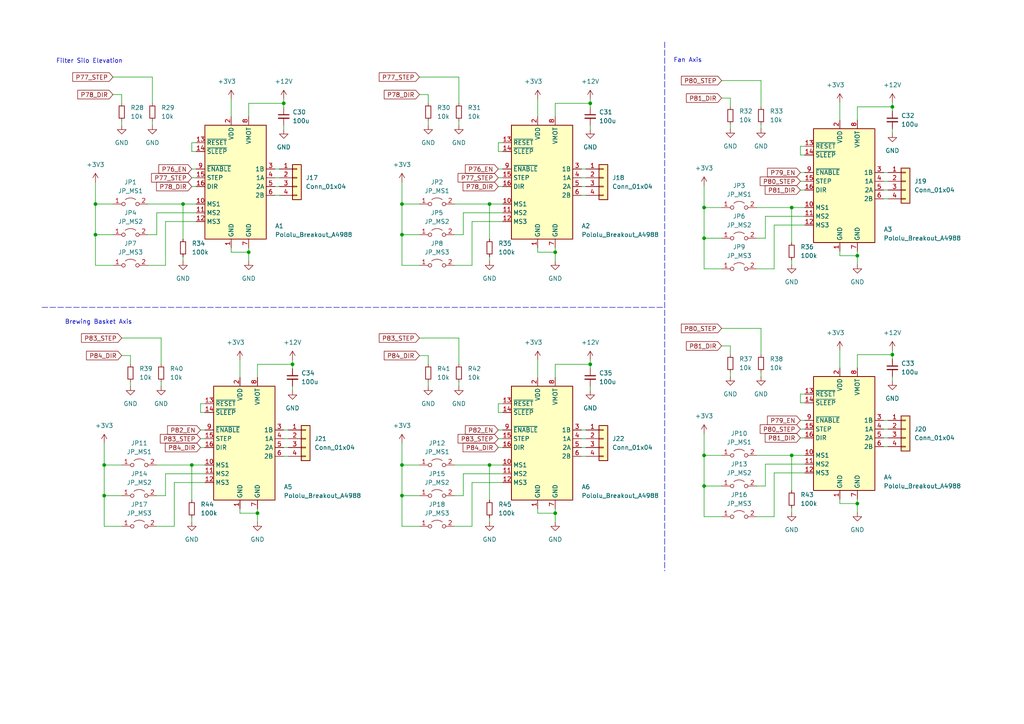
<source format=kicad_sch>
(kicad_sch (version 20211123) (generator eeschema)

  (uuid efe87ec8-93a0-4beb-be52-7b5b204a0689)

  (paper "A4")

  (lib_symbols
    (symbol "Connector_Generic:Conn_01x04" (pin_names (offset 1.016) hide) (in_bom yes) (on_board yes)
      (property "Reference" "J" (id 0) (at 0 5.08 0)
        (effects (font (size 1.27 1.27)))
      )
      (property "Value" "Conn_01x04" (id 1) (at 0 -7.62 0)
        (effects (font (size 1.27 1.27)))
      )
      (property "Footprint" "" (id 2) (at 0 0 0)
        (effects (font (size 1.27 1.27)) hide)
      )
      (property "Datasheet" "~" (id 3) (at 0 0 0)
        (effects (font (size 1.27 1.27)) hide)
      )
      (property "ki_keywords" "connector" (id 4) (at 0 0 0)
        (effects (font (size 1.27 1.27)) hide)
      )
      (property "ki_description" "Generic connector, single row, 01x04, script generated (kicad-library-utils/schlib/autogen/connector/)" (id 5) (at 0 0 0)
        (effects (font (size 1.27 1.27)) hide)
      )
      (property "ki_fp_filters" "Connector*:*_1x??_*" (id 6) (at 0 0 0)
        (effects (font (size 1.27 1.27)) hide)
      )
      (symbol "Conn_01x04_1_1"
        (rectangle (start -1.27 -4.953) (end 0 -5.207)
          (stroke (width 0.1524) (type default) (color 0 0 0 0))
          (fill (type none))
        )
        (rectangle (start -1.27 -2.413) (end 0 -2.667)
          (stroke (width 0.1524) (type default) (color 0 0 0 0))
          (fill (type none))
        )
        (rectangle (start -1.27 0.127) (end 0 -0.127)
          (stroke (width 0.1524) (type default) (color 0 0 0 0))
          (fill (type none))
        )
        (rectangle (start -1.27 2.667) (end 0 2.413)
          (stroke (width 0.1524) (type default) (color 0 0 0 0))
          (fill (type none))
        )
        (rectangle (start -1.27 3.81) (end 1.27 -6.35)
          (stroke (width 0.254) (type default) (color 0 0 0 0))
          (fill (type background))
        )
        (pin passive line (at -5.08 2.54 0) (length 3.81)
          (name "Pin_1" (effects (font (size 1.27 1.27))))
          (number "1" (effects (font (size 1.27 1.27))))
        )
        (pin passive line (at -5.08 0 0) (length 3.81)
          (name "Pin_2" (effects (font (size 1.27 1.27))))
          (number "2" (effects (font (size 1.27 1.27))))
        )
        (pin passive line (at -5.08 -2.54 0) (length 3.81)
          (name "Pin_3" (effects (font (size 1.27 1.27))))
          (number "3" (effects (font (size 1.27 1.27))))
        )
        (pin passive line (at -5.08 -5.08 0) (length 3.81)
          (name "Pin_4" (effects (font (size 1.27 1.27))))
          (number "4" (effects (font (size 1.27 1.27))))
        )
      )
    )
    (symbol "Device:C_Small" (pin_numbers hide) (pin_names (offset 0.254) hide) (in_bom yes) (on_board yes)
      (property "Reference" "C" (id 0) (at 0.254 1.778 0)
        (effects (font (size 1.27 1.27)) (justify left))
      )
      (property "Value" "C_Small" (id 1) (at 0.254 -2.032 0)
        (effects (font (size 1.27 1.27)) (justify left))
      )
      (property "Footprint" "" (id 2) (at 0 0 0)
        (effects (font (size 1.27 1.27)) hide)
      )
      (property "Datasheet" "~" (id 3) (at 0 0 0)
        (effects (font (size 1.27 1.27)) hide)
      )
      (property "ki_keywords" "capacitor cap" (id 4) (at 0 0 0)
        (effects (font (size 1.27 1.27)) hide)
      )
      (property "ki_description" "Unpolarized capacitor, small symbol" (id 5) (at 0 0 0)
        (effects (font (size 1.27 1.27)) hide)
      )
      (property "ki_fp_filters" "C_*" (id 6) (at 0 0 0)
        (effects (font (size 1.27 1.27)) hide)
      )
      (symbol "C_Small_0_1"
        (polyline
          (pts
            (xy -1.524 -0.508)
            (xy 1.524 -0.508)
          )
          (stroke (width 0.3302) (type default) (color 0 0 0 0))
          (fill (type none))
        )
        (polyline
          (pts
            (xy -1.524 0.508)
            (xy 1.524 0.508)
          )
          (stroke (width 0.3048) (type default) (color 0 0 0 0))
          (fill (type none))
        )
      )
      (symbol "C_Small_1_1"
        (pin passive line (at 0 2.54 270) (length 2.032)
          (name "~" (effects (font (size 1.27 1.27))))
          (number "1" (effects (font (size 1.27 1.27))))
        )
        (pin passive line (at 0 -2.54 90) (length 2.032)
          (name "~" (effects (font (size 1.27 1.27))))
          (number "2" (effects (font (size 1.27 1.27))))
        )
      )
    )
    (symbol "Device:R_Small" (pin_numbers hide) (pin_names (offset 0.254) hide) (in_bom yes) (on_board yes)
      (property "Reference" "R" (id 0) (at 0.762 0.508 0)
        (effects (font (size 1.27 1.27)) (justify left))
      )
      (property "Value" "R_Small" (id 1) (at 0.762 -1.016 0)
        (effects (font (size 1.27 1.27)) (justify left))
      )
      (property "Footprint" "" (id 2) (at 0 0 0)
        (effects (font (size 1.27 1.27)) hide)
      )
      (property "Datasheet" "~" (id 3) (at 0 0 0)
        (effects (font (size 1.27 1.27)) hide)
      )
      (property "ki_keywords" "R resistor" (id 4) (at 0 0 0)
        (effects (font (size 1.27 1.27)) hide)
      )
      (property "ki_description" "Resistor, small symbol" (id 5) (at 0 0 0)
        (effects (font (size 1.27 1.27)) hide)
      )
      (property "ki_fp_filters" "R_*" (id 6) (at 0 0 0)
        (effects (font (size 1.27 1.27)) hide)
      )
      (symbol "R_Small_0_1"
        (rectangle (start -0.762 1.778) (end 0.762 -1.778)
          (stroke (width 0.2032) (type default) (color 0 0 0 0))
          (fill (type none))
        )
      )
      (symbol "R_Small_1_1"
        (pin passive line (at 0 2.54 270) (length 0.762)
          (name "~" (effects (font (size 1.27 1.27))))
          (number "1" (effects (font (size 1.27 1.27))))
        )
        (pin passive line (at 0 -2.54 90) (length 0.762)
          (name "~" (effects (font (size 1.27 1.27))))
          (number "2" (effects (font (size 1.27 1.27))))
        )
      )
    )
    (symbol "Driver_Motor:Pololu_Breakout_A4988" (in_bom yes) (on_board yes)
      (property "Reference" "A" (id 0) (at -2.54 19.05 0)
        (effects (font (size 1.27 1.27)) (justify right))
      )
      (property "Value" "Pololu_Breakout_A4988" (id 1) (at -2.54 16.51 0)
        (effects (font (size 1.27 1.27)) (justify right))
      )
      (property "Footprint" "Module:Pololu_Breakout-16_15.2x20.3mm" (id 2) (at 6.985 -19.05 0)
        (effects (font (size 1.27 1.27)) (justify left) hide)
      )
      (property "Datasheet" "https://www.pololu.com/product/2980/pictures" (id 3) (at 2.54 -7.62 0)
        (effects (font (size 1.27 1.27)) hide)
      )
      (property "ki_keywords" "Pololu Breakout Board Stepper Driver A4988" (id 4) (at 0 0 0)
        (effects (font (size 1.27 1.27)) hide)
      )
      (property "ki_description" "Pololu Breakout Board, Stepper Driver A4988" (id 5) (at 0 0 0)
        (effects (font (size 1.27 1.27)) hide)
      )
      (property "ki_fp_filters" "Pololu*Breakout*15.2x20.3mm*" (id 6) (at 0 0 0)
        (effects (font (size 1.27 1.27)) hide)
      )
      (symbol "Pololu_Breakout_A4988_0_1"
        (rectangle (start 10.16 -17.78) (end -7.62 15.24)
          (stroke (width 0.254) (type default) (color 0 0 0 0))
          (fill (type background))
        )
      )
      (symbol "Pololu_Breakout_A4988_1_1"
        (pin power_in line (at 0 -20.32 90) (length 2.54)
          (name "GND" (effects (font (size 1.27 1.27))))
          (number "1" (effects (font (size 1.27 1.27))))
        )
        (pin input line (at -10.16 -7.62 0) (length 2.54)
          (name "MS1" (effects (font (size 1.27 1.27))))
          (number "10" (effects (font (size 1.27 1.27))))
        )
        (pin input line (at -10.16 -10.16 0) (length 2.54)
          (name "MS2" (effects (font (size 1.27 1.27))))
          (number "11" (effects (font (size 1.27 1.27))))
        )
        (pin input line (at -10.16 -12.7 0) (length 2.54)
          (name "MS3" (effects (font (size 1.27 1.27))))
          (number "12" (effects (font (size 1.27 1.27))))
        )
        (pin input line (at -10.16 10.16 0) (length 2.54)
          (name "~{RESET}" (effects (font (size 1.27 1.27))))
          (number "13" (effects (font (size 1.27 1.27))))
        )
        (pin input line (at -10.16 7.62 0) (length 2.54)
          (name "~{SLEEP}" (effects (font (size 1.27 1.27))))
          (number "14" (effects (font (size 1.27 1.27))))
        )
        (pin input line (at -10.16 0 0) (length 2.54)
          (name "STEP" (effects (font (size 1.27 1.27))))
          (number "15" (effects (font (size 1.27 1.27))))
        )
        (pin input line (at -10.16 -2.54 0) (length 2.54)
          (name "DIR" (effects (font (size 1.27 1.27))))
          (number "16" (effects (font (size 1.27 1.27))))
        )
        (pin power_in line (at 0 17.78 270) (length 2.54)
          (name "VDD" (effects (font (size 1.27 1.27))))
          (number "2" (effects (font (size 1.27 1.27))))
        )
        (pin output line (at 12.7 2.54 180) (length 2.54)
          (name "1B" (effects (font (size 1.27 1.27))))
          (number "3" (effects (font (size 1.27 1.27))))
        )
        (pin output line (at 12.7 0 180) (length 2.54)
          (name "1A" (effects (font (size 1.27 1.27))))
          (number "4" (effects (font (size 1.27 1.27))))
        )
        (pin output line (at 12.7 -2.54 180) (length 2.54)
          (name "2A" (effects (font (size 1.27 1.27))))
          (number "5" (effects (font (size 1.27 1.27))))
        )
        (pin output line (at 12.7 -5.08 180) (length 2.54)
          (name "2B" (effects (font (size 1.27 1.27))))
          (number "6" (effects (font (size 1.27 1.27))))
        )
        (pin power_in line (at 5.08 -20.32 90) (length 2.54)
          (name "GND" (effects (font (size 1.27 1.27))))
          (number "7" (effects (font (size 1.27 1.27))))
        )
        (pin power_in line (at 5.08 17.78 270) (length 2.54)
          (name "VMOT" (effects (font (size 1.27 1.27))))
          (number "8" (effects (font (size 1.27 1.27))))
        )
        (pin input line (at -10.16 2.54 0) (length 2.54)
          (name "~{ENABLE}" (effects (font (size 1.27 1.27))))
          (number "9" (effects (font (size 1.27 1.27))))
        )
      )
    )
    (symbol "Jumper:Jumper_2_Open" (pin_names (offset 0) hide) (in_bom yes) (on_board yes)
      (property "Reference" "JP" (id 0) (at 0 2.794 0)
        (effects (font (size 1.27 1.27)))
      )
      (property "Value" "Jumper_2_Open" (id 1) (at 0 -2.286 0)
        (effects (font (size 1.27 1.27)))
      )
      (property "Footprint" "" (id 2) (at 0 0 0)
        (effects (font (size 1.27 1.27)) hide)
      )
      (property "Datasheet" "~" (id 3) (at 0 0 0)
        (effects (font (size 1.27 1.27)) hide)
      )
      (property "ki_keywords" "Jumper SPST" (id 4) (at 0 0 0)
        (effects (font (size 1.27 1.27)) hide)
      )
      (property "ki_description" "Jumper, 2-pole, open" (id 5) (at 0 0 0)
        (effects (font (size 1.27 1.27)) hide)
      )
      (property "ki_fp_filters" "Jumper* TestPoint*2Pads* TestPoint*Bridge*" (id 6) (at 0 0 0)
        (effects (font (size 1.27 1.27)) hide)
      )
      (symbol "Jumper_2_Open_0_0"
        (circle (center -2.032 0) (radius 0.508)
          (stroke (width 0) (type default) (color 0 0 0 0))
          (fill (type none))
        )
        (circle (center 2.032 0) (radius 0.508)
          (stroke (width 0) (type default) (color 0 0 0 0))
          (fill (type none))
        )
      )
      (symbol "Jumper_2_Open_0_1"
        (arc (start 1.524 1.27) (mid 0 1.778) (end -1.524 1.27)
          (stroke (width 0) (type default) (color 0 0 0 0))
          (fill (type none))
        )
      )
      (symbol "Jumper_2_Open_1_1"
        (pin passive line (at -5.08 0 0) (length 2.54)
          (name "A" (effects (font (size 1.27 1.27))))
          (number "1" (effects (font (size 1.27 1.27))))
        )
        (pin passive line (at 5.08 0 180) (length 2.54)
          (name "B" (effects (font (size 1.27 1.27))))
          (number "2" (effects (font (size 1.27 1.27))))
        )
      )
    )
    (symbol "power:+12V" (power) (pin_names (offset 0)) (in_bom yes) (on_board yes)
      (property "Reference" "#PWR" (id 0) (at 0 -3.81 0)
        (effects (font (size 1.27 1.27)) hide)
      )
      (property "Value" "+12V" (id 1) (at 0 3.556 0)
        (effects (font (size 1.27 1.27)))
      )
      (property "Footprint" "" (id 2) (at 0 0 0)
        (effects (font (size 1.27 1.27)) hide)
      )
      (property "Datasheet" "" (id 3) (at 0 0 0)
        (effects (font (size 1.27 1.27)) hide)
      )
      (property "ki_keywords" "power-flag" (id 4) (at 0 0 0)
        (effects (font (size 1.27 1.27)) hide)
      )
      (property "ki_description" "Power symbol creates a global label with name \"+12V\"" (id 5) (at 0 0 0)
        (effects (font (size 1.27 1.27)) hide)
      )
      (symbol "+12V_0_1"
        (polyline
          (pts
            (xy -0.762 1.27)
            (xy 0 2.54)
          )
          (stroke (width 0) (type default) (color 0 0 0 0))
          (fill (type none))
        )
        (polyline
          (pts
            (xy 0 0)
            (xy 0 2.54)
          )
          (stroke (width 0) (type default) (color 0 0 0 0))
          (fill (type none))
        )
        (polyline
          (pts
            (xy 0 2.54)
            (xy 0.762 1.27)
          )
          (stroke (width 0) (type default) (color 0 0 0 0))
          (fill (type none))
        )
      )
      (symbol "+12V_1_1"
        (pin power_in line (at 0 0 90) (length 0) hide
          (name "+12V" (effects (font (size 1.27 1.27))))
          (number "1" (effects (font (size 1.27 1.27))))
        )
      )
    )
    (symbol "power:+3.3V" (power) (pin_names (offset 0)) (in_bom yes) (on_board yes)
      (property "Reference" "#PWR" (id 0) (at 0 -3.81 0)
        (effects (font (size 1.27 1.27)) hide)
      )
      (property "Value" "+3.3V" (id 1) (at 0 3.556 0)
        (effects (font (size 1.27 1.27)))
      )
      (property "Footprint" "" (id 2) (at 0 0 0)
        (effects (font (size 1.27 1.27)) hide)
      )
      (property "Datasheet" "" (id 3) (at 0 0 0)
        (effects (font (size 1.27 1.27)) hide)
      )
      (property "ki_keywords" "power-flag" (id 4) (at 0 0 0)
        (effects (font (size 1.27 1.27)) hide)
      )
      (property "ki_description" "Power symbol creates a global label with name \"+3.3V\"" (id 5) (at 0 0 0)
        (effects (font (size 1.27 1.27)) hide)
      )
      (symbol "+3.3V_0_1"
        (polyline
          (pts
            (xy -0.762 1.27)
            (xy 0 2.54)
          )
          (stroke (width 0) (type default) (color 0 0 0 0))
          (fill (type none))
        )
        (polyline
          (pts
            (xy 0 0)
            (xy 0 2.54)
          )
          (stroke (width 0) (type default) (color 0 0 0 0))
          (fill (type none))
        )
        (polyline
          (pts
            (xy 0 2.54)
            (xy 0.762 1.27)
          )
          (stroke (width 0) (type default) (color 0 0 0 0))
          (fill (type none))
        )
      )
      (symbol "+3.3V_1_1"
        (pin power_in line (at 0 0 90) (length 0) hide
          (name "+3V3" (effects (font (size 1.27 1.27))))
          (number "1" (effects (font (size 1.27 1.27))))
        )
      )
    )
    (symbol "power:GND" (power) (pin_names (offset 0)) (in_bom yes) (on_board yes)
      (property "Reference" "#PWR" (id 0) (at 0 -6.35 0)
        (effects (font (size 1.27 1.27)) hide)
      )
      (property "Value" "GND" (id 1) (at 0 -3.81 0)
        (effects (font (size 1.27 1.27)))
      )
      (property "Footprint" "" (id 2) (at 0 0 0)
        (effects (font (size 1.27 1.27)) hide)
      )
      (property "Datasheet" "" (id 3) (at 0 0 0)
        (effects (font (size 1.27 1.27)) hide)
      )
      (property "ki_keywords" "power-flag" (id 4) (at 0 0 0)
        (effects (font (size 1.27 1.27)) hide)
      )
      (property "ki_description" "Power symbol creates a global label with name \"GND\" , ground" (id 5) (at 0 0 0)
        (effects (font (size 1.27 1.27)) hide)
      )
      (symbol "GND_0_1"
        (polyline
          (pts
            (xy 0 0)
            (xy 0 -1.27)
            (xy 1.27 -1.27)
            (xy 0 -2.54)
            (xy -1.27 -1.27)
            (xy 0 -1.27)
          )
          (stroke (width 0) (type default) (color 0 0 0 0))
          (fill (type none))
        )
      )
      (symbol "GND_1_1"
        (pin power_in line (at 0 0 270) (length 0) hide
          (name "GND" (effects (font (size 1.27 1.27))))
          (number "1" (effects (font (size 1.27 1.27))))
        )
      )
    )
  )


  (junction (at 171.196 29.972) (diameter 0) (color 0 0 0 0)
    (uuid 1f6c772f-572a-47bf-a0eb-d8ee9aa89f94)
  )
  (junction (at 248.666 74.168) (diameter 0) (color 0 0 0 0)
    (uuid 234c4e0f-7c2f-471c-8142-21aec3d5cbda)
  )
  (junction (at 229.616 132.08) (diameter 0) (color 0 0 0 0)
    (uuid 29c16016-ccb7-4b53-8ed0-08f395d6f1b5)
  )
  (junction (at 204.216 60.198) (diameter 0) (color 0 0 0 0)
    (uuid 33b4b8bf-1f6e-4903-8b77-09d46030dfad)
  )
  (junction (at 27.686 59.182) (diameter 0) (color 0 0 0 0)
    (uuid 38ea4ae7-e68f-4b70-b68f-f023004a4cf7)
  )
  (junction (at 141.986 59.182) (diameter 0) (color 0 0 0 0)
    (uuid 38eb2c36-19c7-49c2-8e0d-e730c5c7d9e2)
  )
  (junction (at 116.586 59.182) (diameter 0) (color 0 0 0 0)
    (uuid 38f5b9e7-0ee7-4c3b-aa14-680da4aa8e6c)
  )
  (junction (at 53.086 59.182) (diameter 0) (color 0 0 0 0)
    (uuid 3f7d8dea-4ab6-4947-9bfd-fba47fa90f31)
  )
  (junction (at 84.836 105.664) (diameter 0) (color 0 0 0 0)
    (uuid 46b37bb5-1abb-4dae-9c9f-4f6a604f3d8b)
  )
  (junction (at 55.626 134.874) (diameter 0) (color 0 0 0 0)
    (uuid 48111c28-ade7-4f7e-9f55-9d5e0ad01f26)
  )
  (junction (at 161.036 73.152) (diameter 0) (color 0 0 0 0)
    (uuid 4c82ea67-9b81-454a-b60f-89d1e189499c)
  )
  (junction (at 116.586 134.874) (diameter 0) (color 0 0 0 0)
    (uuid 4f05487a-d91c-4b44-9da2-b46515acc9bf)
  )
  (junction (at 171.196 105.664) (diameter 0) (color 0 0 0 0)
    (uuid 56811254-6e85-498b-91b5-834e240c36ac)
  )
  (junction (at 204.216 140.97) (diameter 0) (color 0 0 0 0)
    (uuid 58cd95d9-d4b6-4d60-aeb9-c4c3c3cc00ab)
  )
  (junction (at 116.586 143.764) (diameter 0) (color 0 0 0 0)
    (uuid 5ce243b3-a114-4625-b016-3d7e4b001825)
  )
  (junction (at 161.036 148.844) (diameter 0) (color 0 0 0 0)
    (uuid 5e91e566-e26d-4a73-a78b-d02dabb5f175)
  )
  (junction (at 204.216 69.088) (diameter 0) (color 0 0 0 0)
    (uuid 67afeca5-f1a0-43a7-979f-8f063fb28900)
  )
  (junction (at 30.226 134.874) (diameter 0) (color 0 0 0 0)
    (uuid 6c35b784-12c2-42fb-9bb0-a9dd359e38c8)
  )
  (junction (at 258.826 30.988) (diameter 0) (color 0 0 0 0)
    (uuid 7681b1d7-6533-4657-8c29-5881f7256d91)
  )
  (junction (at 229.616 60.198) (diameter 0) (color 0 0 0 0)
    (uuid 79a372bc-e6c2-4786-9c77-b8df2743edb7)
  )
  (junction (at 141.986 134.874) (diameter 0) (color 0 0 0 0)
    (uuid 9b7457b5-4029-4392-9fa7-fbf58d19d80c)
  )
  (junction (at 116.586 68.072) (diameter 0) (color 0 0 0 0)
    (uuid a699e9df-c98b-4d34-b54c-e2fa4194943f)
  )
  (junction (at 27.686 68.072) (diameter 0) (color 0 0 0 0)
    (uuid b2446b25-2beb-4062-9900-2368e2f5703b)
  )
  (junction (at 74.676 148.844) (diameter 0) (color 0 0 0 0)
    (uuid c428747b-7e1c-4465-a8af-295c8af3b295)
  )
  (junction (at 258.826 102.87) (diameter 0) (color 0 0 0 0)
    (uuid cfa7cdd3-fb50-4002-b555-d9568041b5ce)
  )
  (junction (at 204.216 132.08) (diameter 0) (color 0 0 0 0)
    (uuid d18dba9b-c6df-47fe-b1cb-9da198893f4a)
  )
  (junction (at 82.296 29.972) (diameter 0) (color 0 0 0 0)
    (uuid f42c4308-fc23-46cb-89a4-722bf27bce52)
  )
  (junction (at 72.136 73.152) (diameter 0) (color 0 0 0 0)
    (uuid f9ee7cbe-e394-4d11-9e7c-b82a90e582b3)
  )
  (junction (at 248.666 146.05) (diameter 0) (color 0 0 0 0)
    (uuid fae94e0f-6206-4243-a55b-1f4d808ce586)
  )
  (junction (at 30.226 143.764) (diameter 0) (color 0 0 0 0)
    (uuid fe2633e8-5939-483c-8cf4-9981e80f6613)
  )

  (wire (pts (xy 248.666 102.87) (xy 258.826 102.87))
    (stroke (width 0) (type default) (color 0 0 0 0))
    (uuid 0087d48f-de5e-46ef-883a-e3850bebe30d)
  )
  (wire (pts (xy 219.456 132.08) (xy 229.616 132.08))
    (stroke (width 0) (type default) (color 0 0 0 0))
    (uuid 03438163-9ec4-4591-9b9b-3696ad5db7e9)
  )
  (wire (pts (xy 168.656 124.714) (xy 169.926 124.714))
    (stroke (width 0) (type default) (color 0 0 0 0))
    (uuid 0364d3ff-3abe-46e1-b9c1-fc2e05f8c9ca)
  )
  (wire (pts (xy 58.166 119.634) (xy 59.436 119.634))
    (stroke (width 0) (type default) (color 0 0 0 0))
    (uuid 03f37c09-95f8-4b04-9747-77259960cb98)
  )
  (wire (pts (xy 168.656 56.642) (xy 169.926 56.642))
    (stroke (width 0) (type default) (color 0 0 0 0))
    (uuid 049d0226-c438-4f0e-8b83-9519d7d793ac)
  )
  (wire (pts (xy 45.466 61.722) (xy 45.466 68.072))
    (stroke (width 0) (type default) (color 0 0 0 0))
    (uuid 04dbee19-8343-4710-a4dc-12316e432a2d)
  )
  (wire (pts (xy 256.286 129.54) (xy 257.556 129.54))
    (stroke (width 0) (type default) (color 0 0 0 0))
    (uuid 06b2c1ee-9b1a-4cd6-8f2f-7b635442a30a)
  )
  (wire (pts (xy 144.526 127.254) (xy 145.796 127.254))
    (stroke (width 0) (type default) (color 0 0 0 0))
    (uuid 07a116ce-df25-4c63-9653-97d52c894f8e)
  )
  (wire (pts (xy 220.726 107.95) (xy 220.726 109.22))
    (stroke (width 0) (type default) (color 0 0 0 0))
    (uuid 07bfb9f0-dc73-4b2e-abfd-bad0ad964fb7)
  )
  (wire (pts (xy 209.296 23.368) (xy 220.726 23.368))
    (stroke (width 0) (type default) (color 0 0 0 0))
    (uuid 07cca9dd-778c-4886-a236-5bb88c2da323)
  )
  (wire (pts (xy 45.466 68.072) (xy 42.926 68.072))
    (stroke (width 0) (type default) (color 0 0 0 0))
    (uuid 0842224c-0ced-411f-aca1-424418fb665c)
  )
  (wire (pts (xy 72.136 73.152) (xy 72.136 75.692))
    (stroke (width 0) (type default) (color 0 0 0 0))
    (uuid 0eae4f4b-d6f6-4dc7-8a6a-072f11e79684)
  )
  (wire (pts (xy 37.846 110.744) (xy 37.846 112.014))
    (stroke (width 0) (type default) (color 0 0 0 0))
    (uuid 0fa27f92-6d16-489e-94e4-78e35a696c2b)
  )
  (wire (pts (xy 168.656 49.022) (xy 169.926 49.022))
    (stroke (width 0) (type default) (color 0 0 0 0))
    (uuid 12f21b54-bc95-4d6c-8e70-8d7d5f634a8d)
  )
  (wire (pts (xy 121.666 22.352) (xy 133.096 22.352))
    (stroke (width 0) (type default) (color 0 0 0 0))
    (uuid 1572cc37-f226-4747-82c8-91483bcb91f1)
  )
  (wire (pts (xy 134.366 61.722) (xy 145.796 61.722))
    (stroke (width 0) (type default) (color 0 0 0 0))
    (uuid 17a1c274-cc24-4504-8671-ad69dfdc10b8)
  )
  (wire (pts (xy 209.296 149.86) (xy 204.216 149.86))
    (stroke (width 0) (type default) (color 0 0 0 0))
    (uuid 18dc2d72-d8b2-4fa9-bcfd-85eb1bce1ca0)
  )
  (wire (pts (xy 229.616 147.32) (xy 229.616 148.59))
    (stroke (width 0) (type default) (color 0 0 0 0))
    (uuid 19a28e80-33bb-4714-835b-d1c60c6d95cf)
  )
  (wire (pts (xy 248.666 30.988) (xy 248.666 34.798))
    (stroke (width 0) (type default) (color 0 0 0 0))
    (uuid 1c3ef9fc-de9f-44a3-995a-d6ff472f5118)
  )
  (wire (pts (xy 53.086 59.182) (xy 53.086 69.342))
    (stroke (width 0) (type default) (color 0 0 0 0))
    (uuid 1d127516-a5ed-4966-bd37-1b848e414e98)
  )
  (wire (pts (xy 256.286 57.658) (xy 257.556 57.658))
    (stroke (width 0) (type default) (color 0 0 0 0))
    (uuid 1e47fb99-186b-45b6-bda4-abec8f9ba50f)
  )
  (wire (pts (xy 161.036 71.882) (xy 161.036 73.152))
    (stroke (width 0) (type default) (color 0 0 0 0))
    (uuid 1e63e9d8-cd42-433f-9a65-f9eed344707a)
  )
  (wire (pts (xy 232.156 50.038) (xy 233.426 50.038))
    (stroke (width 0) (type default) (color 0 0 0 0))
    (uuid 1ec758e4-03f3-418a-80e6-80322737b737)
  )
  (wire (pts (xy 224.536 65.278) (xy 224.536 77.978))
    (stroke (width 0) (type default) (color 0 0 0 0))
    (uuid 1fef683e-500b-4ea6-b61c-1a88116579aa)
  )
  (wire (pts (xy 171.196 28.702) (xy 171.196 29.972))
    (stroke (width 0) (type default) (color 0 0 0 0))
    (uuid 20470887-253d-4aae-97c3-2c3da239451d)
  )
  (wire (pts (xy 209.296 100.33) (xy 211.836 100.33))
    (stroke (width 0) (type default) (color 0 0 0 0))
    (uuid 214d5ff6-8023-4f95-99bd-c30286af2d87)
  )
  (wire (pts (xy 204.216 149.86) (xy 204.216 140.97))
    (stroke (width 0) (type default) (color 0 0 0 0))
    (uuid 21bb3858-c99e-4e2e-a484-1ac78e30f262)
  )
  (wire (pts (xy 204.216 60.198) (xy 204.216 53.848))
    (stroke (width 0) (type default) (color 0 0 0 0))
    (uuid 221cace9-1192-4973-ab36-cf20ac62879a)
  )
  (wire (pts (xy 256.286 127) (xy 257.556 127))
    (stroke (width 0) (type default) (color 0 0 0 0))
    (uuid 232ffcc5-c250-4b1b-992e-27bff9ef9554)
  )
  (wire (pts (xy 48.006 137.414) (xy 48.006 143.764))
    (stroke (width 0) (type default) (color 0 0 0 0))
    (uuid 24968b66-aff1-420d-97a4-a20ac7814627)
  )
  (wire (pts (xy 155.956 147.574) (xy 155.956 148.844))
    (stroke (width 0) (type default) (color 0 0 0 0))
    (uuid 2830e13d-28be-44c6-9957-32744838d602)
  )
  (wire (pts (xy 35.306 27.432) (xy 35.306 29.972))
    (stroke (width 0) (type default) (color 0 0 0 0))
    (uuid 2838c18c-07b5-44dc-b38a-285508a244dc)
  )
  (wire (pts (xy 42.926 76.962) (xy 48.006 76.962))
    (stroke (width 0) (type default) (color 0 0 0 0))
    (uuid 28748981-a7db-4830-85ba-619e9d52c4d2)
  )
  (wire (pts (xy 50.546 139.954) (xy 59.436 139.954))
    (stroke (width 0) (type default) (color 0 0 0 0))
    (uuid 29484ee6-6655-47ea-bd74-c69893d24994)
  )
  (wire (pts (xy 161.036 105.664) (xy 171.196 105.664))
    (stroke (width 0) (type default) (color 0 0 0 0))
    (uuid 2caa1b05-5f18-4e89-9230-6462afe1a9e1)
  )
  (wire (pts (xy 55.626 150.114) (xy 55.626 151.384))
    (stroke (width 0) (type default) (color 0 0 0 0))
    (uuid 2d279069-a321-46ac-a44f-d5ccc7362695)
  )
  (wire (pts (xy 133.096 22.352) (xy 133.096 29.972))
    (stroke (width 0) (type default) (color 0 0 0 0))
    (uuid 2d62d437-750f-47b4-b618-3f0d74893da2)
  )
  (wire (pts (xy 221.996 134.62) (xy 233.426 134.62))
    (stroke (width 0) (type default) (color 0 0 0 0))
    (uuid 2d8ff301-c583-4529-9cef-1ac75984f804)
  )
  (wire (pts (xy 84.836 112.014) (xy 84.836 113.284))
    (stroke (width 0) (type default) (color 0 0 0 0))
    (uuid 2e8e38f2-9211-46ee-b4d5-f6adcc3b8dcb)
  )
  (wire (pts (xy 232.156 116.84) (xy 233.426 116.84))
    (stroke (width 0) (type default) (color 0 0 0 0))
    (uuid 2fdf4fcb-171a-4624-b0b0-3c47607c431e)
  )
  (wire (pts (xy 219.456 149.86) (xy 224.536 149.86))
    (stroke (width 0) (type default) (color 0 0 0 0))
    (uuid 35fcd5fb-d4ca-4d5f-b6c8-601921f5157c)
  )
  (wire (pts (xy 30.226 143.764) (xy 30.226 134.874))
    (stroke (width 0) (type default) (color 0 0 0 0))
    (uuid 38223913-f29b-4373-bd81-5d563c9a16a6)
  )
  (wire (pts (xy 55.626 43.942) (xy 56.896 43.942))
    (stroke (width 0) (type default) (color 0 0 0 0))
    (uuid 385e7db3-ab40-41a8-b2a9-0b2fd8b985e3)
  )
  (wire (pts (xy 232.156 55.118) (xy 233.426 55.118))
    (stroke (width 0) (type default) (color 0 0 0 0))
    (uuid 389a5304-baa9-4858-9835-b048b575fcce)
  )
  (wire (pts (xy 74.676 147.574) (xy 74.676 148.844))
    (stroke (width 0) (type default) (color 0 0 0 0))
    (uuid 38fa33fc-b85e-453a-9176-ae7412e199c5)
  )
  (wire (pts (xy 116.586 143.764) (xy 121.666 143.764))
    (stroke (width 0) (type default) (color 0 0 0 0))
    (uuid 391b3cd7-4025-4237-afde-a02bd9517f47)
  )
  (wire (pts (xy 124.206 103.124) (xy 124.206 105.664))
    (stroke (width 0) (type default) (color 0 0 0 0))
    (uuid 3985a41b-b306-4898-9eea-e1f6dfb38cfa)
  )
  (wire (pts (xy 243.586 146.05) (xy 248.666 146.05))
    (stroke (width 0) (type default) (color 0 0 0 0))
    (uuid 39cf5c39-9b1c-410f-9c5d-a58fd9e24cb7)
  )
  (wire (pts (xy 72.136 29.972) (xy 82.296 29.972))
    (stroke (width 0) (type default) (color 0 0 0 0))
    (uuid 3c3955f0-ad13-4486-8d63-05553975ab41)
  )
  (wire (pts (xy 116.586 59.182) (xy 116.586 52.832))
    (stroke (width 0) (type default) (color 0 0 0 0))
    (uuid 3c8e4c53-c44d-47ff-9002-1bfb77e474c2)
  )
  (wire (pts (xy 67.056 28.702) (xy 67.056 33.782))
    (stroke (width 0) (type default) (color 0 0 0 0))
    (uuid 3cdcc6f8-5142-4697-9526-11f53157c443)
  )
  (wire (pts (xy 171.196 104.394) (xy 171.196 105.664))
    (stroke (width 0) (type default) (color 0 0 0 0))
    (uuid 3ef85fc1-534d-41fe-9841-75dda864c7f6)
  )
  (wire (pts (xy 144.526 119.634) (xy 145.796 119.634))
    (stroke (width 0) (type default) (color 0 0 0 0))
    (uuid 40024e9f-88d5-4951-8744-999d42ada2d9)
  )
  (wire (pts (xy 45.466 152.654) (xy 50.546 152.654))
    (stroke (width 0) (type default) (color 0 0 0 0))
    (uuid 44ce3b85-4905-4f16-b377-a9da88638894)
  )
  (wire (pts (xy 58.166 117.094) (xy 58.166 119.634))
    (stroke (width 0) (type default) (color 0 0 0 0))
    (uuid 45424d23-48bd-4844-872f-0a5fa0744006)
  )
  (wire (pts (xy 74.676 148.844) (xy 74.676 151.384))
    (stroke (width 0) (type default) (color 0 0 0 0))
    (uuid 47090886-5fb6-4520-adc5-e89b87eccf47)
  )
  (wire (pts (xy 124.206 110.744) (xy 124.206 112.014))
    (stroke (width 0) (type default) (color 0 0 0 0))
    (uuid 474f9472-54fb-41ee-923a-822e86e2625a)
  )
  (wire (pts (xy 58.166 124.714) (xy 59.436 124.714))
    (stroke (width 0) (type default) (color 0 0 0 0))
    (uuid 49b5aa80-6eef-4991-a451-77e816f54b67)
  )
  (wire (pts (xy 248.666 30.988) (xy 258.826 30.988))
    (stroke (width 0) (type default) (color 0 0 0 0))
    (uuid 4afeab35-9b9e-437f-9a33-3a3bbcbdd764)
  )
  (wire (pts (xy 27.686 76.962) (xy 27.686 68.072))
    (stroke (width 0) (type default) (color 0 0 0 0))
    (uuid 4b21641f-e274-4efe-b544-86d05828a77b)
  )
  (wire (pts (xy 171.196 29.972) (xy 171.196 31.242))
    (stroke (width 0) (type default) (color 0 0 0 0))
    (uuid 4c40b857-47d7-4cd2-9bb7-ac94d55071e9)
  )
  (wire (pts (xy 243.586 101.6) (xy 243.586 106.68))
    (stroke (width 0) (type default) (color 0 0 0 0))
    (uuid 4c476325-a6f3-41f4-ab7b-5b4e7b260ee7)
  )
  (wire (pts (xy 258.826 101.6) (xy 258.826 102.87))
    (stroke (width 0) (type default) (color 0 0 0 0))
    (uuid 4d22307b-abc3-4102-b481-ec77a64c1eb8)
  )
  (wire (pts (xy 136.906 139.954) (xy 136.906 152.654))
    (stroke (width 0) (type default) (color 0 0 0 0))
    (uuid 4d478d3d-aa56-44be-8052-2b9f1dbfc1ee)
  )
  (wire (pts (xy 27.686 68.072) (xy 32.766 68.072))
    (stroke (width 0) (type default) (color 0 0 0 0))
    (uuid 4f49d2b0-3945-45af-9f09-881144d7d3c9)
  )
  (wire (pts (xy 72.136 71.882) (xy 72.136 73.152))
    (stroke (width 0) (type default) (color 0 0 0 0))
    (uuid 4fd38f97-0837-4b28-afb8-3ec047d98587)
  )
  (wire (pts (xy 134.366 137.414) (xy 134.366 143.764))
    (stroke (width 0) (type default) (color 0 0 0 0))
    (uuid 4ffba21a-0a16-46b4-8dd5-139480ceb078)
  )
  (wire (pts (xy 69.596 104.394) (xy 69.596 109.474))
    (stroke (width 0) (type default) (color 0 0 0 0))
    (uuid 5061269a-7159-4f24-ad90-fe565cdda94a)
  )
  (wire (pts (xy 46.736 98.044) (xy 46.736 105.664))
    (stroke (width 0) (type default) (color 0 0 0 0))
    (uuid 5065392c-a8d7-4a91-878f-3b54e34a86ee)
  )
  (wire (pts (xy 168.656 127.254) (xy 169.926 127.254))
    (stroke (width 0) (type default) (color 0 0 0 0))
    (uuid 51186676-f6ef-4ee8-94dc-48a36fe70d4b)
  )
  (wire (pts (xy 32.766 22.352) (xy 44.196 22.352))
    (stroke (width 0) (type default) (color 0 0 0 0))
    (uuid 52136ce5-7e6b-44f4-9dfa-a78e8ddb0ef1)
  )
  (polyline (pts (xy 12.192 89.154) (xy 192.786 89.154))
    (stroke (width 0) (type default) (color 0 0 0 0))
    (uuid 533e95f2-325d-446a-ba94-fac471f28e92)
  )

  (wire (pts (xy 84.836 105.664) (xy 84.836 106.934))
    (stroke (width 0) (type default) (color 0 0 0 0))
    (uuid 537734fe-7b5c-4950-a921-3c51def1bb08)
  )
  (wire (pts (xy 229.616 132.08) (xy 233.426 132.08))
    (stroke (width 0) (type default) (color 0 0 0 0))
    (uuid 55e924ac-db7d-4ea1-b109-b7bd80845d9e)
  )
  (wire (pts (xy 136.906 139.954) (xy 145.796 139.954))
    (stroke (width 0) (type default) (color 0 0 0 0))
    (uuid 56693dbb-d2c0-49fc-a2bf-b240fa496912)
  )
  (wire (pts (xy 58.166 127.254) (xy 59.436 127.254))
    (stroke (width 0) (type default) (color 0 0 0 0))
    (uuid 569e0518-fb12-4fb3-af61-8589fd8add08)
  )
  (wire (pts (xy 74.676 105.664) (xy 84.836 105.664))
    (stroke (width 0) (type default) (color 0 0 0 0))
    (uuid 56f72fbb-34c4-4c32-9ed1-180b74618c6e)
  )
  (wire (pts (xy 141.986 134.874) (xy 141.986 145.034))
    (stroke (width 0) (type default) (color 0 0 0 0))
    (uuid 573c3263-a84e-4a3a-ac18-3d50dad7515e)
  )
  (wire (pts (xy 258.826 29.718) (xy 258.826 30.988))
    (stroke (width 0) (type default) (color 0 0 0 0))
    (uuid 58d2cf60-9a5f-4e3d-8552-02cb870ff519)
  )
  (wire (pts (xy 116.586 68.072) (xy 121.666 68.072))
    (stroke (width 0) (type default) (color 0 0 0 0))
    (uuid 5965146b-ec31-47e2-8d41-c95b5de7859a)
  )
  (wire (pts (xy 136.906 64.262) (xy 136.906 76.962))
    (stroke (width 0) (type default) (color 0 0 0 0))
    (uuid 599381ee-6a02-46bb-ac86-d40234d20889)
  )
  (wire (pts (xy 168.656 129.794) (xy 169.926 129.794))
    (stroke (width 0) (type default) (color 0 0 0 0))
    (uuid 59d74c31-fd02-4393-8ca9-f68f60b86465)
  )
  (wire (pts (xy 256.286 50.038) (xy 257.556 50.038))
    (stroke (width 0) (type default) (color 0 0 0 0))
    (uuid 5ae8e5f1-b42e-42a6-bf2e-7207acd5ebc2)
  )
  (wire (pts (xy 59.436 117.094) (xy 58.166 117.094))
    (stroke (width 0) (type default) (color 0 0 0 0))
    (uuid 5cc6db51-3603-4622-b62e-e5dd21bcc19e)
  )
  (wire (pts (xy 256.286 55.118) (xy 257.556 55.118))
    (stroke (width 0) (type default) (color 0 0 0 0))
    (uuid 5ef78cbd-6867-458a-9584-f533f08a6198)
  )
  (wire (pts (xy 248.666 102.87) (xy 248.666 106.68))
    (stroke (width 0) (type default) (color 0 0 0 0))
    (uuid 5f6984d8-5d2c-45ce-bb35-f757a54b7023)
  )
  (wire (pts (xy 55.626 41.402) (xy 55.626 43.942))
    (stroke (width 0) (type default) (color 0 0 0 0))
    (uuid 5f949a7e-fb67-49a8-8da9-01ae986f4531)
  )
  (wire (pts (xy 168.656 54.102) (xy 169.926 54.102))
    (stroke (width 0) (type default) (color 0 0 0 0))
    (uuid 63306e9b-9937-46c3-b785-95753c7890cf)
  )
  (wire (pts (xy 116.586 134.874) (xy 116.586 128.524))
    (stroke (width 0) (type default) (color 0 0 0 0))
    (uuid 642a9194-a572-44a1-b32d-9fc57412dc86)
  )
  (polyline (pts (xy 192.786 12.192) (xy 192.786 165.608))
    (stroke (width 0) (type default) (color 0 0 0 0))
    (uuid 65dfb60e-2707-40da-820a-f9e073ee31ed)
  )

  (wire (pts (xy 82.296 28.702) (xy 82.296 29.972))
    (stroke (width 0) (type default) (color 0 0 0 0))
    (uuid 661500af-fd98-46bf-bb32-2869b53c8a64)
  )
  (wire (pts (xy 211.836 36.068) (xy 211.836 37.338))
    (stroke (width 0) (type default) (color 0 0 0 0))
    (uuid 665830ac-1237-4c6e-9bac-40b1f81981eb)
  )
  (wire (pts (xy 171.196 105.664) (xy 171.196 106.934))
    (stroke (width 0) (type default) (color 0 0 0 0))
    (uuid 6732e07a-f058-464d-96cd-bc8b9691c1a9)
  )
  (wire (pts (xy 144.526 41.402) (xy 144.526 43.942))
    (stroke (width 0) (type default) (color 0 0 0 0))
    (uuid 68cac39d-2cf5-418c-bde6-7717dc0d1e13)
  )
  (wire (pts (xy 243.586 74.168) (xy 248.666 74.168))
    (stroke (width 0) (type default) (color 0 0 0 0))
    (uuid 69de9773-696c-409e-9891-6da062f68ae2)
  )
  (wire (pts (xy 258.826 37.338) (xy 258.826 38.608))
    (stroke (width 0) (type default) (color 0 0 0 0))
    (uuid 6aaa0eb7-bc0c-4535-a7cc-9182343b6675)
  )
  (wire (pts (xy 144.526 129.794) (xy 145.796 129.794))
    (stroke (width 0) (type default) (color 0 0 0 0))
    (uuid 6b2131c2-e42e-4e7a-9f2b-085ef0f4f748)
  )
  (wire (pts (xy 161.036 147.574) (xy 161.036 148.844))
    (stroke (width 0) (type default) (color 0 0 0 0))
    (uuid 6b5c987a-a1ab-4383-b862-101b5399bbe3)
  )
  (wire (pts (xy 72.136 29.972) (xy 72.136 33.782))
    (stroke (width 0) (type default) (color 0 0 0 0))
    (uuid 6c4a6c8a-813f-47ea-bcef-9ce89a9904b5)
  )
  (wire (pts (xy 141.986 74.422) (xy 141.986 75.692))
    (stroke (width 0) (type default) (color 0 0 0 0))
    (uuid 6d8849a6-6b6f-40a3-bbd7-ef34d3454f7a)
  )
  (wire (pts (xy 131.826 59.182) (xy 141.986 59.182))
    (stroke (width 0) (type default) (color 0 0 0 0))
    (uuid 6d8f626d-b9ac-4d8c-a04e-03de87e12226)
  )
  (wire (pts (xy 219.456 60.198) (xy 229.616 60.198))
    (stroke (width 0) (type default) (color 0 0 0 0))
    (uuid 7014fb48-9d0e-424f-8d95-da6222856f3d)
  )
  (wire (pts (xy 121.666 27.432) (xy 124.206 27.432))
    (stroke (width 0) (type default) (color 0 0 0 0))
    (uuid 70168a50-cd2d-41b2-b2b3-aeaec0196e7c)
  )
  (wire (pts (xy 53.086 74.422) (xy 53.086 75.692))
    (stroke (width 0) (type default) (color 0 0 0 0))
    (uuid 71102c63-9507-465c-9a55-ae7af1a59b02)
  )
  (wire (pts (xy 82.296 129.794) (xy 83.566 129.794))
    (stroke (width 0) (type default) (color 0 0 0 0))
    (uuid 71a600ac-3af2-4970-bfda-074da5402575)
  )
  (wire (pts (xy 116.586 134.874) (xy 121.666 134.874))
    (stroke (width 0) (type default) (color 0 0 0 0))
    (uuid 73b995b9-d651-4976-abac-5596e0e3ea9a)
  )
  (wire (pts (xy 243.586 72.898) (xy 243.586 74.168))
    (stroke (width 0) (type default) (color 0 0 0 0))
    (uuid 74602cb1-1b2c-4d63-be11-48764bbb223b)
  )
  (wire (pts (xy 204.216 69.088) (xy 204.216 60.198))
    (stroke (width 0) (type default) (color 0 0 0 0))
    (uuid 75569428-5491-43ea-aa13-73b22324da64)
  )
  (wire (pts (xy 209.296 28.448) (xy 211.836 28.448))
    (stroke (width 0) (type default) (color 0 0 0 0))
    (uuid 784f15ec-008c-4cfe-80d8-d264f83afbcc)
  )
  (wire (pts (xy 45.466 61.722) (xy 56.896 61.722))
    (stroke (width 0) (type default) (color 0 0 0 0))
    (uuid 7909a9bc-f0ec-4fb9-ae0d-b36664660b47)
  )
  (wire (pts (xy 232.156 127) (xy 233.426 127))
    (stroke (width 0) (type default) (color 0 0 0 0))
    (uuid 791017be-5db5-4f43-8023-26c11f022083)
  )
  (wire (pts (xy 116.586 152.654) (xy 116.586 143.764))
    (stroke (width 0) (type default) (color 0 0 0 0))
    (uuid 79435f88-f777-48e6-ad63-27f147be89c2)
  )
  (wire (pts (xy 32.766 76.962) (xy 27.686 76.962))
    (stroke (width 0) (type default) (color 0 0 0 0))
    (uuid 79c9de77-7158-4e6c-8011-79107ae21a6a)
  )
  (wire (pts (xy 79.756 56.642) (xy 81.026 56.642))
    (stroke (width 0) (type default) (color 0 0 0 0))
    (uuid 79eb9661-de93-4719-8a1b-fa5019560bea)
  )
  (wire (pts (xy 161.036 105.664) (xy 161.036 109.474))
    (stroke (width 0) (type default) (color 0 0 0 0))
    (uuid 7a3e83fb-35d5-466c-8993-fc396e91449b)
  )
  (wire (pts (xy 155.956 104.394) (xy 155.956 109.474))
    (stroke (width 0) (type default) (color 0 0 0 0))
    (uuid 7b5a559c-0800-4a87-b7fd-bc5f943e8197)
  )
  (wire (pts (xy 141.986 59.182) (xy 145.796 59.182))
    (stroke (width 0) (type default) (color 0 0 0 0))
    (uuid 7b6eef76-a5d8-4186-9626-c2b49a0a02cb)
  )
  (wire (pts (xy 204.216 140.97) (xy 204.216 132.08))
    (stroke (width 0) (type default) (color 0 0 0 0))
    (uuid 7bba1b0e-51b3-4b50-8978-210dca4f9dfc)
  )
  (wire (pts (xy 116.586 76.962) (xy 116.586 68.072))
    (stroke (width 0) (type default) (color 0 0 0 0))
    (uuid 7dd34097-8349-43c3-a2a2-f54c7d849e6c)
  )
  (wire (pts (xy 134.366 61.722) (xy 134.366 68.072))
    (stroke (width 0) (type default) (color 0 0 0 0))
    (uuid 80b5cbdf-031f-4fd4-803c-13ac7d935e4a)
  )
  (wire (pts (xy 121.666 103.124) (xy 124.206 103.124))
    (stroke (width 0) (type default) (color 0 0 0 0))
    (uuid 83e1b816-c342-486d-afa5-b87ff542883b)
  )
  (wire (pts (xy 134.366 68.072) (xy 131.826 68.072))
    (stroke (width 0) (type default) (color 0 0 0 0))
    (uuid 840d7433-900e-4932-ad39-6118f274be18)
  )
  (wire (pts (xy 243.586 144.78) (xy 243.586 146.05))
    (stroke (width 0) (type default) (color 0 0 0 0))
    (uuid 843f3ca6-9558-42a2-a466-7576b66c3890)
  )
  (wire (pts (xy 30.226 152.654) (xy 30.226 143.764))
    (stroke (width 0) (type default) (color 0 0 0 0))
    (uuid 849878ff-a49c-4e19-9f5b-f15bb4192d6a)
  )
  (wire (pts (xy 232.156 124.46) (xy 233.426 124.46))
    (stroke (width 0) (type default) (color 0 0 0 0))
    (uuid 85c89be5-5363-46c1-be75-d7e4985ca87d)
  )
  (wire (pts (xy 121.666 98.044) (xy 133.096 98.044))
    (stroke (width 0) (type default) (color 0 0 0 0))
    (uuid 87b118d5-5f41-446e-8563-b6bd61ff7df5)
  )
  (wire (pts (xy 229.616 132.08) (xy 229.616 142.24))
    (stroke (width 0) (type default) (color 0 0 0 0))
    (uuid 889f5547-0f82-4778-a81a-c9cdbde80cd5)
  )
  (wire (pts (xy 44.196 35.052) (xy 44.196 36.322))
    (stroke (width 0) (type default) (color 0 0 0 0))
    (uuid 8a6d46c0-a73c-4749-bfac-6164e4329344)
  )
  (wire (pts (xy 141.986 150.114) (xy 141.986 151.384))
    (stroke (width 0) (type default) (color 0 0 0 0))
    (uuid 8ab1a509-94fb-4c90-942f-82271a9aae84)
  )
  (wire (pts (xy 58.166 129.794) (xy 59.436 129.794))
    (stroke (width 0) (type default) (color 0 0 0 0))
    (uuid 8aef043c-037f-4745-8637-95b45492b20f)
  )
  (wire (pts (xy 220.726 23.368) (xy 220.726 30.988))
    (stroke (width 0) (type default) (color 0 0 0 0))
    (uuid 8d19e2c0-1cf3-4a8b-8a71-002b2aeb85c0)
  )
  (wire (pts (xy 144.526 43.942) (xy 145.796 43.942))
    (stroke (width 0) (type default) (color 0 0 0 0))
    (uuid 8d2238c0-2ead-4348-85e4-90d521d01154)
  )
  (wire (pts (xy 171.196 112.014) (xy 171.196 113.284))
    (stroke (width 0) (type default) (color 0 0 0 0))
    (uuid 8e7b9186-8bbd-4e59-95c1-1a513365c22e)
  )
  (wire (pts (xy 243.586 29.718) (xy 243.586 34.798))
    (stroke (width 0) (type default) (color 0 0 0 0))
    (uuid 8edebdcc-3cd4-4afd-b2e3-3279d1c5e3ba)
  )
  (wire (pts (xy 256.286 121.92) (xy 257.556 121.92))
    (stroke (width 0) (type default) (color 0 0 0 0))
    (uuid 8f2e6998-7be7-48f1-a29a-9eb1837cfde1)
  )
  (wire (pts (xy 82.296 127.254) (xy 83.566 127.254))
    (stroke (width 0) (type default) (color 0 0 0 0))
    (uuid 918d09ff-ce90-49d9-865a-9b7512f47f12)
  )
  (wire (pts (xy 144.526 117.094) (xy 144.526 119.634))
    (stroke (width 0) (type default) (color 0 0 0 0))
    (uuid 93404374-f7d1-4ef0-ae3f-bb2b48b11c13)
  )
  (wire (pts (xy 209.296 95.25) (xy 220.726 95.25))
    (stroke (width 0) (type default) (color 0 0 0 0))
    (uuid 935fc84b-6fc1-42c1-ba88-57a4746d5859)
  )
  (wire (pts (xy 204.216 60.198) (xy 209.296 60.198))
    (stroke (width 0) (type default) (color 0 0 0 0))
    (uuid 940a5e78-2b5b-4862-8aa2-86ff8e3eec98)
  )
  (wire (pts (xy 134.366 143.764) (xy 131.826 143.764))
    (stroke (width 0) (type default) (color 0 0 0 0))
    (uuid 943c29cd-3cb7-4f96-81c8-ab1e0d4d06b2)
  )
  (wire (pts (xy 232.156 114.3) (xy 232.156 116.84))
    (stroke (width 0) (type default) (color 0 0 0 0))
    (uuid 94470afa-bbfb-44bf-9f92-ebf1d16a3125)
  )
  (wire (pts (xy 134.366 137.414) (xy 145.796 137.414))
    (stroke (width 0) (type default) (color 0 0 0 0))
    (uuid 9462db51-2998-4273-8748-e729cd7af487)
  )
  (wire (pts (xy 161.036 29.972) (xy 161.036 33.782))
    (stroke (width 0) (type default) (color 0 0 0 0))
    (uuid 94a45c1a-7080-4fbf-af0d-d764b870dcd3)
  )
  (wire (pts (xy 82.296 132.334) (xy 83.566 132.334))
    (stroke (width 0) (type default) (color 0 0 0 0))
    (uuid 9505862b-0c8e-41cf-bfc3-8584381a58b1)
  )
  (wire (pts (xy 248.666 74.168) (xy 248.666 76.708))
    (stroke (width 0) (type default) (color 0 0 0 0))
    (uuid 9605091e-a07c-4777-99c9-3473f0b94c0f)
  )
  (wire (pts (xy 35.306 35.052) (xy 35.306 36.322))
    (stroke (width 0) (type default) (color 0 0 0 0))
    (uuid 9611b1bf-2a0f-46d2-832e-858585f10d78)
  )
  (wire (pts (xy 211.836 28.448) (xy 211.836 30.988))
    (stroke (width 0) (type default) (color 0 0 0 0))
    (uuid 96767d98-bf41-4743-94b0-4daba5d74e82)
  )
  (wire (pts (xy 220.726 95.25) (xy 220.726 102.87))
    (stroke (width 0) (type default) (color 0 0 0 0))
    (uuid 97e641f3-f06f-4152-baae-072bd7ebe42f)
  )
  (wire (pts (xy 30.226 134.874) (xy 30.226 128.524))
    (stroke (width 0) (type default) (color 0 0 0 0))
    (uuid 98f3e5a9-f598-4be6-bee8-c2ced41364f3)
  )
  (wire (pts (xy 27.686 59.182) (xy 27.686 52.832))
    (stroke (width 0) (type default) (color 0 0 0 0))
    (uuid 991b1998-7ce7-4308-bdfc-a9f06c429cf3)
  )
  (wire (pts (xy 221.996 69.088) (xy 219.456 69.088))
    (stroke (width 0) (type default) (color 0 0 0 0))
    (uuid 9a89a4e1-e7b0-44cf-88ec-13139025e2de)
  )
  (wire (pts (xy 133.096 35.052) (xy 133.096 36.322))
    (stroke (width 0) (type default) (color 0 0 0 0))
    (uuid 9aa269b2-ab7b-4a6f-8a23-ad074ead13f2)
  )
  (wire (pts (xy 55.626 49.022) (xy 56.896 49.022))
    (stroke (width 0) (type default) (color 0 0 0 0))
    (uuid 9b2bfe33-f2ba-495b-ac7d-8a4ef181e1d3)
  )
  (wire (pts (xy 258.826 109.22) (xy 258.826 110.49))
    (stroke (width 0) (type default) (color 0 0 0 0))
    (uuid 9f02277b-8fbe-491e-b651-df2165a08b40)
  )
  (wire (pts (xy 224.536 137.16) (xy 233.426 137.16))
    (stroke (width 0) (type default) (color 0 0 0 0))
    (uuid 9f072178-09cf-4784-95b1-906cd8cd3ba2)
  )
  (wire (pts (xy 161.036 148.844) (xy 161.036 151.384))
    (stroke (width 0) (type default) (color 0 0 0 0))
    (uuid 9ff6810c-e5d8-4701-9c8c-e5be56f94cb6)
  )
  (wire (pts (xy 45.466 134.874) (xy 55.626 134.874))
    (stroke (width 0) (type default) (color 0 0 0 0))
    (uuid a030d121-87c2-4d01-b28e-2865428b5f7a)
  )
  (wire (pts (xy 229.616 60.198) (xy 233.426 60.198))
    (stroke (width 0) (type default) (color 0 0 0 0))
    (uuid a21fc83a-39be-42ee-a37f-974dc4ffbd12)
  )
  (wire (pts (xy 145.796 117.094) (xy 144.526 117.094))
    (stroke (width 0) (type default) (color 0 0 0 0))
    (uuid a42d3f63-1bd8-420a-bcc0-b030cb6476f7)
  )
  (wire (pts (xy 258.826 102.87) (xy 258.826 104.14))
    (stroke (width 0) (type default) (color 0 0 0 0))
    (uuid a51008f9-2fa7-4da6-b115-aebd0e4b375b)
  )
  (wire (pts (xy 79.756 51.562) (xy 81.026 51.562))
    (stroke (width 0) (type default) (color 0 0 0 0))
    (uuid a8a82545-dfff-4e59-9cdf-9afab750f3f9)
  )
  (wire (pts (xy 67.056 73.152) (xy 72.136 73.152))
    (stroke (width 0) (type default) (color 0 0 0 0))
    (uuid a9b9ce27-1b25-4a00-b18a-d5a08acd7542)
  )
  (wire (pts (xy 35.306 152.654) (xy 30.226 152.654))
    (stroke (width 0) (type default) (color 0 0 0 0))
    (uuid aad17af1-4364-4735-9cce-958a335d0166)
  )
  (wire (pts (xy 211.836 107.95) (xy 211.836 109.22))
    (stroke (width 0) (type default) (color 0 0 0 0))
    (uuid ade2fe28-798a-44d5-9d7e-40133151ca59)
  )
  (wire (pts (xy 50.546 139.954) (xy 50.546 152.654))
    (stroke (width 0) (type default) (color 0 0 0 0))
    (uuid ae129d3d-3dbe-433e-a622-2d4104afe7e3)
  )
  (wire (pts (xy 256.286 52.578) (xy 257.556 52.578))
    (stroke (width 0) (type default) (color 0 0 0 0))
    (uuid ae45eac9-ee5c-4cfd-b453-39cc44dcb830)
  )
  (wire (pts (xy 48.006 64.262) (xy 56.896 64.262))
    (stroke (width 0) (type default) (color 0 0 0 0))
    (uuid af6623b5-c77b-4b36-8d2a-6f394233a406)
  )
  (wire (pts (xy 141.986 134.874) (xy 145.796 134.874))
    (stroke (width 0) (type default) (color 0 0 0 0))
    (uuid af93b48d-3300-4c49-a1ad-11d2bf4026cc)
  )
  (wire (pts (xy 44.196 22.352) (xy 44.196 29.972))
    (stroke (width 0) (type default) (color 0 0 0 0))
    (uuid affd04b9-3f15-420d-908e-9509cda646bf)
  )
  (wire (pts (xy 55.626 134.874) (xy 55.626 145.034))
    (stroke (width 0) (type default) (color 0 0 0 0))
    (uuid b03b5a1c-544e-4821-bb39-9c395276b863)
  )
  (wire (pts (xy 220.726 36.068) (xy 220.726 37.338))
    (stroke (width 0) (type default) (color 0 0 0 0))
    (uuid b0720eb6-a210-4b17-ac48-7495bd449ed8)
  )
  (wire (pts (xy 221.996 62.738) (xy 221.996 69.088))
    (stroke (width 0) (type default) (color 0 0 0 0))
    (uuid b318b7b7-e8e2-4d95-a47b-25f803d94ab8)
  )
  (wire (pts (xy 224.536 137.16) (xy 224.536 149.86))
    (stroke (width 0) (type default) (color 0 0 0 0))
    (uuid b554ae4e-468f-4809-9af5-80fc9a9bd69b)
  )
  (wire (pts (xy 204.216 77.978) (xy 204.216 69.088))
    (stroke (width 0) (type default) (color 0 0 0 0))
    (uuid b554bd45-933a-42fe-8f4c-7d8e9f1ebaf8)
  )
  (wire (pts (xy 27.686 68.072) (xy 27.686 59.182))
    (stroke (width 0) (type default) (color 0 0 0 0))
    (uuid b59492bc-68cd-40d0-8ee4-414df2308f81)
  )
  (wire (pts (xy 27.686 59.182) (xy 32.766 59.182))
    (stroke (width 0) (type default) (color 0 0 0 0))
    (uuid b600e6ba-684f-4902-aadc-8b9ef26beda9)
  )
  (wire (pts (xy 82.296 29.972) (xy 82.296 31.242))
    (stroke (width 0) (type default) (color 0 0 0 0))
    (uuid b6d29b09-221c-45e2-ba38-694e9472bb4a)
  )
  (wire (pts (xy 124.206 35.052) (xy 124.206 36.322))
    (stroke (width 0) (type default) (color 0 0 0 0))
    (uuid b77a0edc-1241-4448-a533-d34be06db229)
  )
  (wire (pts (xy 248.666 72.898) (xy 248.666 74.168))
    (stroke (width 0) (type default) (color 0 0 0 0))
    (uuid b9ace3e8-09c3-4b18-810d-1a8814a13c1d)
  )
  (wire (pts (xy 67.056 71.882) (xy 67.056 73.152))
    (stroke (width 0) (type default) (color 0 0 0 0))
    (uuid b9ee3a42-eec2-42e0-9bc1-ee8bd69c9878)
  )
  (wire (pts (xy 155.956 28.702) (xy 155.956 33.782))
    (stroke (width 0) (type default) (color 0 0 0 0))
    (uuid ba0c503c-427d-4c04-bb89-5b07d0ad16a9)
  )
  (wire (pts (xy 144.526 51.562) (xy 145.796 51.562))
    (stroke (width 0) (type default) (color 0 0 0 0))
    (uuid bc916ce2-a3ed-473b-920b-24a516c0fefb)
  )
  (wire (pts (xy 56.896 41.402) (xy 55.626 41.402))
    (stroke (width 0) (type default) (color 0 0 0 0))
    (uuid bd9b165d-f776-4506-8154-3c30a9f6e530)
  )
  (wire (pts (xy 141.986 59.182) (xy 141.986 69.342))
    (stroke (width 0) (type default) (color 0 0 0 0))
    (uuid bf3612dc-a062-437d-a373-c98a4b0b55ef)
  )
  (wire (pts (xy 221.996 134.62) (xy 221.996 140.97))
    (stroke (width 0) (type default) (color 0 0 0 0))
    (uuid c15bdcc3-01ee-4310-9003-993ab447266e)
  )
  (wire (pts (xy 35.306 98.044) (xy 46.736 98.044))
    (stroke (width 0) (type default) (color 0 0 0 0))
    (uuid c18d3c6c-817a-4f22-a446-ee38916bf251)
  )
  (wire (pts (xy 35.306 103.124) (xy 37.846 103.124))
    (stroke (width 0) (type default) (color 0 0 0 0))
    (uuid c1e39ba9-e1e8-4ee7-9cf3-d2c537c60905)
  )
  (wire (pts (xy 46.736 110.744) (xy 46.736 112.014))
    (stroke (width 0) (type default) (color 0 0 0 0))
    (uuid c27955dd-21cd-4906-8328-74ae60526e1e)
  )
  (wire (pts (xy 131.826 134.874) (xy 141.986 134.874))
    (stroke (width 0) (type default) (color 0 0 0 0))
    (uuid c360af54-33e5-4aac-9a44-33527f21081a)
  )
  (wire (pts (xy 232.156 121.92) (xy 233.426 121.92))
    (stroke (width 0) (type default) (color 0 0 0 0))
    (uuid c7e1a3ff-f451-49d9-bc62-407a4a6470f1)
  )
  (wire (pts (xy 248.666 144.78) (xy 248.666 146.05))
    (stroke (width 0) (type default) (color 0 0 0 0))
    (uuid c9464b9b-2613-467e-926e-6a1b56246981)
  )
  (wire (pts (xy 256.286 124.46) (xy 257.556 124.46))
    (stroke (width 0) (type default) (color 0 0 0 0))
    (uuid ca50a87a-d3d2-47a1-9a07-0c7132c1d32a)
  )
  (wire (pts (xy 204.216 140.97) (xy 209.296 140.97))
    (stroke (width 0) (type default) (color 0 0 0 0))
    (uuid cc70077e-fa6a-4443-8a27-2dc3c2b92d99)
  )
  (wire (pts (xy 79.756 49.022) (xy 81.026 49.022))
    (stroke (width 0) (type default) (color 0 0 0 0))
    (uuid cd1b8d33-45ae-47a1-bca3-7838947a6b15)
  )
  (wire (pts (xy 248.666 146.05) (xy 248.666 148.59))
    (stroke (width 0) (type default) (color 0 0 0 0))
    (uuid cdfe0165-1411-40ea-92b6-7c425c90d109)
  )
  (wire (pts (xy 232.156 44.958) (xy 233.426 44.958))
    (stroke (width 0) (type default) (color 0 0 0 0))
    (uuid ce2568a9-369c-4655-b655-706aeb4b8bc6)
  )
  (wire (pts (xy 168.656 132.334) (xy 169.926 132.334))
    (stroke (width 0) (type default) (color 0 0 0 0))
    (uuid ceaf743b-e43f-4a6c-93bb-c95e7f5c9aa9)
  )
  (wire (pts (xy 209.296 77.978) (xy 204.216 77.978))
    (stroke (width 0) (type default) (color 0 0 0 0))
    (uuid cec386a9-6be9-4817-bf59-9abf5230f944)
  )
  (wire (pts (xy 30.226 134.874) (xy 35.306 134.874))
    (stroke (width 0) (type default) (color 0 0 0 0))
    (uuid cf0ca73b-ca8b-48bd-9e3a-8ff8fad8d8d5)
  )
  (wire (pts (xy 48.006 137.414) (xy 59.436 137.414))
    (stroke (width 0) (type default) (color 0 0 0 0))
    (uuid d10d2e10-5058-4193-b594-4dd82c26b044)
  )
  (wire (pts (xy 84.836 104.394) (xy 84.836 105.664))
    (stroke (width 0) (type default) (color 0 0 0 0))
    (uuid d16643da-09ce-49d7-acdd-36d2d5f96fcd)
  )
  (wire (pts (xy 221.996 62.738) (xy 233.426 62.738))
    (stroke (width 0) (type default) (color 0 0 0 0))
    (uuid d1a3cbba-3fb2-48f4-8f65-75e76961b43d)
  )
  (wire (pts (xy 133.096 110.744) (xy 133.096 112.014))
    (stroke (width 0) (type default) (color 0 0 0 0))
    (uuid d2491903-5021-4e0e-8cac-31e5dca539b4)
  )
  (wire (pts (xy 155.956 148.844) (xy 161.036 148.844))
    (stroke (width 0) (type default) (color 0 0 0 0))
    (uuid d254e01d-e504-4a6a-a625-cbcec6ffad42)
  )
  (wire (pts (xy 121.666 152.654) (xy 116.586 152.654))
    (stroke (width 0) (type default) (color 0 0 0 0))
    (uuid d335b6a4-5c64-418f-8f02-dd2547fe3354)
  )
  (wire (pts (xy 161.036 29.972) (xy 171.196 29.972))
    (stroke (width 0) (type default) (color 0 0 0 0))
    (uuid d4953eb0-23ca-4614-a941-a442205fa0dc)
  )
  (wire (pts (xy 116.586 59.182) (xy 121.666 59.182))
    (stroke (width 0) (type default) (color 0 0 0 0))
    (uuid d526236c-9ac6-4237-88e5-ee601cbf54ee)
  )
  (wire (pts (xy 136.906 64.262) (xy 145.796 64.262))
    (stroke (width 0) (type default) (color 0 0 0 0))
    (uuid d744ffab-6c7b-4927-88cf-6597baebd1a5)
  )
  (wire (pts (xy 219.456 77.978) (xy 224.536 77.978))
    (stroke (width 0) (type default) (color 0 0 0 0))
    (uuid d7c769cf-bd98-43a0-9285-ded100318e0e)
  )
  (wire (pts (xy 131.826 76.962) (xy 136.906 76.962))
    (stroke (width 0) (type default) (color 0 0 0 0))
    (uuid d8128159-9749-44c1-94a6-8e8366fa8696)
  )
  (wire (pts (xy 221.996 140.97) (xy 219.456 140.97))
    (stroke (width 0) (type default) (color 0 0 0 0))
    (uuid d86e6cca-af0b-4b89-b7b6-80b5bc52c100)
  )
  (wire (pts (xy 121.666 76.962) (xy 116.586 76.962))
    (stroke (width 0) (type default) (color 0 0 0 0))
    (uuid d955c4d1-04ba-43b3-8c0f-366706c5b855)
  )
  (wire (pts (xy 204.216 132.08) (xy 204.216 125.73))
    (stroke (width 0) (type default) (color 0 0 0 0))
    (uuid db3c0afc-7435-41cd-82cf-054f6fe61e6a)
  )
  (wire (pts (xy 229.616 75.438) (xy 229.616 76.708))
    (stroke (width 0) (type default) (color 0 0 0 0))
    (uuid dbb4358d-2a33-4af9-86c2-1b431a04f118)
  )
  (wire (pts (xy 48.006 64.262) (xy 48.006 76.962))
    (stroke (width 0) (type default) (color 0 0 0 0))
    (uuid dbcdd0b5-5049-4f47-8cd6-4da9742eb8c3)
  )
  (wire (pts (xy 53.086 59.182) (xy 56.896 59.182))
    (stroke (width 0) (type default) (color 0 0 0 0))
    (uuid dcaf96ce-d3db-42c0-a36a-4739bebce033)
  )
  (wire (pts (xy 204.216 132.08) (xy 209.296 132.08))
    (stroke (width 0) (type default) (color 0 0 0 0))
    (uuid dce44b15-5c40-407a-a1f2-6c01b4d06ecf)
  )
  (wire (pts (xy 55.626 134.874) (xy 59.436 134.874))
    (stroke (width 0) (type default) (color 0 0 0 0))
    (uuid ddb70f8d-0275-4b62-abee-5d0c98ecd2a4)
  )
  (wire (pts (xy 144.526 54.102) (xy 145.796 54.102))
    (stroke (width 0) (type default) (color 0 0 0 0))
    (uuid dedbbf07-35be-4bda-883a-8de02807d766)
  )
  (wire (pts (xy 30.226 143.764) (xy 35.306 143.764))
    (stroke (width 0) (type default) (color 0 0 0 0))
    (uuid df06b34b-4430-4c5d-a85c-986e2e1f5e87)
  )
  (wire (pts (xy 258.826 30.988) (xy 258.826 32.258))
    (stroke (width 0) (type default) (color 0 0 0 0))
    (uuid e094c553-bb5c-4cf8-a3f6-b452f133deac)
  )
  (wire (pts (xy 37.846 103.124) (xy 37.846 105.664))
    (stroke (width 0) (type default) (color 0 0 0 0))
    (uuid e1859ff2-2855-4c5b-891c-6fb80525fe08)
  )
  (wire (pts (xy 144.526 124.714) (xy 145.796 124.714))
    (stroke (width 0) (type default) (color 0 0 0 0))
    (uuid e3875270-06fe-4355-afb8-ee34ad1773a9)
  )
  (wire (pts (xy 42.926 59.182) (xy 53.086 59.182))
    (stroke (width 0) (type default) (color 0 0 0 0))
    (uuid e3e6eefd-415b-4329-983e-e01022dca214)
  )
  (wire (pts (xy 32.766 27.432) (xy 35.306 27.432))
    (stroke (width 0) (type default) (color 0 0 0 0))
    (uuid e54fc874-63d1-479f-a8e7-6f023947d23f)
  )
  (wire (pts (xy 116.586 143.764) (xy 116.586 134.874))
    (stroke (width 0) (type default) (color 0 0 0 0))
    (uuid e61185a0-6144-467a-8145-f9facb89f4fe)
  )
  (wire (pts (xy 233.426 114.3) (xy 232.156 114.3))
    (stroke (width 0) (type default) (color 0 0 0 0))
    (uuid e6ed4e00-ada8-4666-b7dd-250c0df9b1c9)
  )
  (wire (pts (xy 171.196 36.322) (xy 171.196 37.592))
    (stroke (width 0) (type default) (color 0 0 0 0))
    (uuid e6f61174-42f3-40ef-85e8-39ff69ac9634)
  )
  (wire (pts (xy 145.796 41.402) (xy 144.526 41.402))
    (stroke (width 0) (type default) (color 0 0 0 0))
    (uuid e7add461-b5e5-4306-96f6-04c8df0d5adf)
  )
  (wire (pts (xy 211.836 100.33) (xy 211.836 102.87))
    (stroke (width 0) (type default) (color 0 0 0 0))
    (uuid e7f86c58-591d-44b8-8a8a-9f1ba57ff76b)
  )
  (wire (pts (xy 124.206 27.432) (xy 124.206 29.972))
    (stroke (width 0) (type default) (color 0 0 0 0))
    (uuid e891112a-da21-4884-9ac7-4d4a30790adb)
  )
  (wire (pts (xy 48.006 143.764) (xy 45.466 143.764))
    (stroke (width 0) (type default) (color 0 0 0 0))
    (uuid e89d2d0e-cd82-409c-8d56-a36fda94625e)
  )
  (wire (pts (xy 161.036 73.152) (xy 161.036 75.692))
    (stroke (width 0) (type default) (color 0 0 0 0))
    (uuid eb53cabf-68ff-4800-99c1-3788c14f39eb)
  )
  (wire (pts (xy 204.216 69.088) (xy 209.296 69.088))
    (stroke (width 0) (type default) (color 0 0 0 0))
    (uuid eba7d33b-0dac-4570-943a-3b88aab26dba)
  )
  (wire (pts (xy 55.626 54.102) (xy 56.896 54.102))
    (stroke (width 0) (type default) (color 0 0 0 0))
    (uuid ec046cab-54bb-4c7a-a6b8-dda1467e610d)
  )
  (wire (pts (xy 168.656 51.562) (xy 169.926 51.562))
    (stroke (width 0) (type default) (color 0 0 0 0))
    (uuid ec04ddf2-2557-4156-a5d5-45d6ea14fc76)
  )
  (wire (pts (xy 155.956 71.882) (xy 155.956 73.152))
    (stroke (width 0) (type default) (color 0 0 0 0))
    (uuid ee04f444-606e-4105-b284-4a2e614eb1d0)
  )
  (wire (pts (xy 224.536 65.278) (xy 233.426 65.278))
    (stroke (width 0) (type default) (color 0 0 0 0))
    (uuid f02c0fd8-5a31-41dc-a705-acb2354dbed3)
  )
  (wire (pts (xy 232.156 52.578) (xy 233.426 52.578))
    (stroke (width 0) (type default) (color 0 0 0 0))
    (uuid f2778103-ab9c-4449-96bd-aca4e7846536)
  )
  (wire (pts (xy 79.756 54.102) (xy 81.026 54.102))
    (stroke (width 0) (type default) (color 0 0 0 0))
    (uuid f3288409-e1d4-4639-bf72-06d27f5875fb)
  )
  (wire (pts (xy 69.596 148.844) (xy 74.676 148.844))
    (stroke (width 0) (type default) (color 0 0 0 0))
    (uuid f4c235a3-b791-4ce4-996a-b18089348608)
  )
  (wire (pts (xy 116.586 68.072) (xy 116.586 59.182))
    (stroke (width 0) (type default) (color 0 0 0 0))
    (uuid f6e0f04c-48d5-4e35-b4c7-b5b762a50a20)
  )
  (wire (pts (xy 133.096 98.044) (xy 133.096 105.664))
    (stroke (width 0) (type default) (color 0 0 0 0))
    (uuid f7f68e00-caf2-4086-9bdf-381234fe73cf)
  )
  (wire (pts (xy 131.826 152.654) (xy 136.906 152.654))
    (stroke (width 0) (type default) (color 0 0 0 0))
    (uuid f80f899c-72cc-4ff7-8139-e22f1222e916)
  )
  (wire (pts (xy 229.616 60.198) (xy 229.616 70.358))
    (stroke (width 0) (type default) (color 0 0 0 0))
    (uuid f8c673ca-7b5c-4d98-90b7-3c6fa1bb4398)
  )
  (wire (pts (xy 69.596 147.574) (xy 69.596 148.844))
    (stroke (width 0) (type default) (color 0 0 0 0))
    (uuid f8dab9d7-f3ef-4cb4-aa4b-b2fd3ebb4d48)
  )
  (wire (pts (xy 233.426 42.418) (xy 232.156 42.418))
    (stroke (width 0) (type default) (color 0 0 0 0))
    (uuid f8f35523-04e3-4535-9f85-e8316fa94f1e)
  )
  (wire (pts (xy 82.296 124.714) (xy 83.566 124.714))
    (stroke (width 0) (type default) (color 0 0 0 0))
    (uuid f9061941-bb96-4c0c-beed-455f1c4aa86a)
  )
  (wire (pts (xy 55.626 51.562) (xy 56.896 51.562))
    (stroke (width 0) (type default) (color 0 0 0 0))
    (uuid fb631303-b1b3-4f28-867d-c7df09e6c0a1)
  )
  (wire (pts (xy 82.296 36.322) (xy 82.296 37.592))
    (stroke (width 0) (type default) (color 0 0 0 0))
    (uuid fd2b6ba8-986c-4249-9e4d-063c0b884488)
  )
  (wire (pts (xy 155.956 73.152) (xy 161.036 73.152))
    (stroke (width 0) (type default) (color 0 0 0 0))
    (uuid fd37f144-1197-4158-bdfb-860dc9a155a3)
  )
  (wire (pts (xy 232.156 42.418) (xy 232.156 44.958))
    (stroke (width 0) (type default) (color 0 0 0 0))
    (uuid fe3375b5-4417-4a46-93eb-eb59939b9c14)
  )
  (wire (pts (xy 74.676 105.664) (xy 74.676 109.474))
    (stroke (width 0) (type default) (color 0 0 0 0))
    (uuid fe6e2e4b-7ed8-4195-b1e6-f71fc5fb74ce)
  )
  (wire (pts (xy 144.526 49.022) (xy 145.796 49.022))
    (stroke (width 0) (type default) (color 0 0 0 0))
    (uuid feee2d63-1360-4d8c-8432-e48a6ff806d4)
  )

  (text "Filter Silo Elevation" (at 16.256 18.542 0)
    (effects (font (size 1.27 1.27)) (justify left bottom))
    (uuid 25f051ef-fe67-4339-98cc-eb13be970455)
  )
  (text "Brewing Basket Axis" (at 18.796 94.234 0)
    (effects (font (size 1.27 1.27)) (justify left bottom))
    (uuid 26597737-1d77-48b4-9117-05c2bd2d2724)
  )
  (text "Fan Axis" (at 195.326 18.288 0)
    (effects (font (size 1.27 1.27)) (justify left bottom))
    (uuid 499986a5-8eb5-4df8-b6f4-dbb8c178a82d)
  )

  (global_label "P83_STEP" (shape input) (at 35.306 98.044 180) (fields_autoplaced)
    (effects (font (size 1.27 1.27)) (justify right))
    (uuid 0189dff1-e4c2-40f3-9927-26c9996d4ce6)
    (property "Intersheet References" "${INTERSHEET_REFS}" (id 0) (at 23.64 97.9646 0)
      (effects (font (size 1.27 1.27)) (justify right) hide)
    )
  )
  (global_label "P79_EN" (shape input) (at 232.156 50.038 180) (fields_autoplaced)
    (effects (font (size 1.27 1.27)) (justify right))
    (uuid 04364896-03dd-4041-a1f5-fa99410bb0ea)
    (property "Intersheet References" "${INTERSHEET_REFS}" (id 0) (at 222.6067 49.9586 0)
      (effects (font (size 1.27 1.27)) (justify right) hide)
    )
  )
  (global_label "P83_STEP" (shape input) (at 121.666 98.044 180) (fields_autoplaced)
    (effects (font (size 1.27 1.27)) (justify right))
    (uuid 167dfc66-c69c-4030-bc79-c8877aa10e33)
    (property "Intersheet References" "${INTERSHEET_REFS}" (id 0) (at 110 97.9646 0)
      (effects (font (size 1.27 1.27)) (justify right) hide)
    )
  )
  (global_label "P84_DIR" (shape input) (at 35.306 103.124 180) (fields_autoplaced)
    (effects (font (size 1.27 1.27)) (justify right))
    (uuid 204db654-9b02-418c-8542-8b9e51afa9b4)
    (property "Intersheet References" "${INTERSHEET_REFS}" (id 0) (at 25.0915 103.0446 0)
      (effects (font (size 1.27 1.27)) (justify right) hide)
    )
  )
  (global_label "P82_EN" (shape input) (at 58.166 124.714 180) (fields_autoplaced)
    (effects (font (size 1.27 1.27)) (justify right))
    (uuid 27da6f78-28d9-4018-9697-5e086f3eae5f)
    (property "Intersheet References" "${INTERSHEET_REFS}" (id 0) (at 48.6167 124.6346 0)
      (effects (font (size 1.27 1.27)) (justify right) hide)
    )
  )
  (global_label "P76_EN" (shape input) (at 55.626 49.022 180) (fields_autoplaced)
    (effects (font (size 1.27 1.27)) (justify right))
    (uuid 29eaf435-f651-47b1-897a-8dfb992f7d1d)
    (property "Intersheet References" "${INTERSHEET_REFS}" (id 0) (at 46.0767 48.9426 0)
      (effects (font (size 1.27 1.27)) (justify right) hide)
    )
  )
  (global_label "P83_STEP" (shape input) (at 144.526 127.254 180) (fields_autoplaced)
    (effects (font (size 1.27 1.27)) (justify right))
    (uuid 3354c8c2-4f6b-4871-b786-ca2eaafa6d3c)
    (property "Intersheet References" "${INTERSHEET_REFS}" (id 0) (at 132.86 127.1746 0)
      (effects (font (size 1.27 1.27)) (justify right) hide)
    )
  )
  (global_label "P81_DIR" (shape input) (at 232.156 127 180) (fields_autoplaced)
    (effects (font (size 1.27 1.27)) (justify right))
    (uuid 378b8be5-88af-46bf-a1cd-b665b9044f61)
    (property "Intersheet References" "${INTERSHEET_REFS}" (id 0) (at 221.9415 126.9206 0)
      (effects (font (size 1.27 1.27)) (justify right) hide)
    )
  )
  (global_label "P81_DIR" (shape input) (at 209.296 28.448 180) (fields_autoplaced)
    (effects (font (size 1.27 1.27)) (justify right))
    (uuid 3a69bfa3-5885-4335-8cb8-8fa47f6e0c42)
    (property "Intersheet References" "${INTERSHEET_REFS}" (id 0) (at 199.0815 28.3686 0)
      (effects (font (size 1.27 1.27)) (justify right) hide)
    )
  )
  (global_label "P76_EN" (shape input) (at 144.526 49.022 180) (fields_autoplaced)
    (effects (font (size 1.27 1.27)) (justify right))
    (uuid 455e2d2a-750f-4c3d-b184-7899aad07284)
    (property "Intersheet References" "${INTERSHEET_REFS}" (id 0) (at 134.9767 48.9426 0)
      (effects (font (size 1.27 1.27)) (justify right) hide)
    )
  )
  (global_label "P79_EN" (shape input) (at 232.156 121.92 180) (fields_autoplaced)
    (effects (font (size 1.27 1.27)) (justify right))
    (uuid 46b6fd5a-c71e-4936-8850-7439c9a3395c)
    (property "Intersheet References" "${INTERSHEET_REFS}" (id 0) (at 222.6067 121.8406 0)
      (effects (font (size 1.27 1.27)) (justify right) hide)
    )
  )
  (global_label "P84_DIR" (shape input) (at 144.526 129.794 180) (fields_autoplaced)
    (effects (font (size 1.27 1.27)) (justify right))
    (uuid 47a5e497-acd8-4e40-832c-8dc45cbdc8c0)
    (property "Intersheet References" "${INTERSHEET_REFS}" (id 0) (at 134.3115 129.7146 0)
      (effects (font (size 1.27 1.27)) (justify right) hide)
    )
  )
  (global_label "P80_STEP" (shape input) (at 209.296 95.25 180) (fields_autoplaced)
    (effects (font (size 1.27 1.27)) (justify right))
    (uuid 4b19d565-f7cf-4794-af9b-04477a0f8497)
    (property "Intersheet References" "${INTERSHEET_REFS}" (id 0) (at 197.63 95.1706 0)
      (effects (font (size 1.27 1.27)) (justify right) hide)
    )
  )
  (global_label "P77_STEP" (shape input) (at 121.666 22.352 180) (fields_autoplaced)
    (effects (font (size 1.27 1.27)) (justify right))
    (uuid 5bed9efc-a851-4451-8320-83330ec49974)
    (property "Intersheet References" "${INTERSHEET_REFS}" (id 0) (at 110 22.2726 0)
      (effects (font (size 1.27 1.27)) (justify right) hide)
    )
  )
  (global_label "P83_STEP" (shape input) (at 58.166 127.254 180) (fields_autoplaced)
    (effects (font (size 1.27 1.27)) (justify right))
    (uuid 642c01ef-df00-45ec-b8a7-5c741179c247)
    (property "Intersheet References" "${INTERSHEET_REFS}" (id 0) (at 46.5 127.1746 0)
      (effects (font (size 1.27 1.27)) (justify right) hide)
    )
  )
  (global_label "P77_STEP" (shape input) (at 32.766 22.352 180) (fields_autoplaced)
    (effects (font (size 1.27 1.27)) (justify right))
    (uuid 697b2586-716f-4994-9e1f-bcece78b137c)
    (property "Intersheet References" "${INTERSHEET_REFS}" (id 0) (at 21.1 22.2726 0)
      (effects (font (size 1.27 1.27)) (justify right) hide)
    )
  )
  (global_label "P84_DIR" (shape input) (at 58.166 129.794 180) (fields_autoplaced)
    (effects (font (size 1.27 1.27)) (justify right))
    (uuid 76f2331f-789b-49aa-9136-cc3222abc0a2)
    (property "Intersheet References" "${INTERSHEET_REFS}" (id 0) (at 47.9515 129.7146 0)
      (effects (font (size 1.27 1.27)) (justify right) hide)
    )
  )
  (global_label "P80_STEP" (shape input) (at 209.296 23.368 180) (fields_autoplaced)
    (effects (font (size 1.27 1.27)) (justify right))
    (uuid 806ea9a1-1bdb-4669-a495-5306b02a38e5)
    (property "Intersheet References" "${INTERSHEET_REFS}" (id 0) (at 197.63 23.2886 0)
      (effects (font (size 1.27 1.27)) (justify right) hide)
    )
  )
  (global_label "P77_STEP" (shape input) (at 144.526 51.562 180) (fields_autoplaced)
    (effects (font (size 1.27 1.27)) (justify right))
    (uuid 88899c1d-852f-4e3e-8d13-8a6c6d0a1caa)
    (property "Intersheet References" "${INTERSHEET_REFS}" (id 0) (at 132.86 51.4826 0)
      (effects (font (size 1.27 1.27)) (justify right) hide)
    )
  )
  (global_label "P78_DIR" (shape input) (at 144.526 54.102 180) (fields_autoplaced)
    (effects (font (size 1.27 1.27)) (justify right))
    (uuid 97191eab-8394-4ec7-962c-d5df8e726b10)
    (property "Intersheet References" "${INTERSHEET_REFS}" (id 0) (at 134.3115 54.0226 0)
      (effects (font (size 1.27 1.27)) (justify right) hide)
    )
  )
  (global_label "P78_DIR" (shape input) (at 121.666 27.432 180) (fields_autoplaced)
    (effects (font (size 1.27 1.27)) (justify right))
    (uuid 9d24a667-4a76-4c51-a2f3-254bbc16298a)
    (property "Intersheet References" "${INTERSHEET_REFS}" (id 0) (at 111.4515 27.3526 0)
      (effects (font (size 1.27 1.27)) (justify right) hide)
    )
  )
  (global_label "P80_STEP" (shape input) (at 232.156 52.578 180) (fields_autoplaced)
    (effects (font (size 1.27 1.27)) (justify right))
    (uuid a6359673-fe4d-4ac8-b1f2-d44f79c2de31)
    (property "Intersheet References" "${INTERSHEET_REFS}" (id 0) (at 220.49 52.4986 0)
      (effects (font (size 1.27 1.27)) (justify right) hide)
    )
  )
  (global_label "P84_DIR" (shape input) (at 121.666 103.124 180) (fields_autoplaced)
    (effects (font (size 1.27 1.27)) (justify right))
    (uuid a9065db8-19fb-4493-b9ea-34d562431f4e)
    (property "Intersheet References" "${INTERSHEET_REFS}" (id 0) (at 111.4515 103.0446 0)
      (effects (font (size 1.27 1.27)) (justify right) hide)
    )
  )
  (global_label "P78_DIR" (shape input) (at 32.766 27.432 180) (fields_autoplaced)
    (effects (font (size 1.27 1.27)) (justify right))
    (uuid b459c81d-fb51-4521-b063-07e8bedfbaa5)
    (property "Intersheet References" "${INTERSHEET_REFS}" (id 0) (at 22.5515 27.3526 0)
      (effects (font (size 1.27 1.27)) (justify right) hide)
    )
  )
  (global_label "P81_DIR" (shape input) (at 209.296 100.33 180) (fields_autoplaced)
    (effects (font (size 1.27 1.27)) (justify right))
    (uuid bb1a83d8-1541-4ba1-9d0a-b75358dfcea4)
    (property "Intersheet References" "${INTERSHEET_REFS}" (id 0) (at 199.0815 100.2506 0)
      (effects (font (size 1.27 1.27)) (justify right) hide)
    )
  )
  (global_label "P82_EN" (shape input) (at 144.526 124.714 180) (fields_autoplaced)
    (effects (font (size 1.27 1.27)) (justify right))
    (uuid beed1d14-121d-4fc7-a2b0-8d8abe50b17e)
    (property "Intersheet References" "${INTERSHEET_REFS}" (id 0) (at 134.9767 124.6346 0)
      (effects (font (size 1.27 1.27)) (justify right) hide)
    )
  )
  (global_label "P81_DIR" (shape input) (at 232.156 55.118 180) (fields_autoplaced)
    (effects (font (size 1.27 1.27)) (justify right))
    (uuid c696e9f1-de13-4efd-a248-d13c880ee939)
    (property "Intersheet References" "${INTERSHEET_REFS}" (id 0) (at 221.9415 55.0386 0)
      (effects (font (size 1.27 1.27)) (justify right) hide)
    )
  )
  (global_label "P78_DIR" (shape input) (at 55.626 54.102 180) (fields_autoplaced)
    (effects (font (size 1.27 1.27)) (justify right))
    (uuid c9f329be-08a8-40ac-b3e7-14938636d0ba)
    (property "Intersheet References" "${INTERSHEET_REFS}" (id 0) (at 45.4115 54.0226 0)
      (effects (font (size 1.27 1.27)) (justify right) hide)
    )
  )
  (global_label "P77_STEP" (shape input) (at 55.626 51.562 180) (fields_autoplaced)
    (effects (font (size 1.27 1.27)) (justify right))
    (uuid d3dd1d6a-01fc-4b1b-b8b7-40a95f0982aa)
    (property "Intersheet References" "${INTERSHEET_REFS}" (id 0) (at 43.96 51.4826 0)
      (effects (font (size 1.27 1.27)) (justify right) hide)
    )
  )
  (global_label "P80_STEP" (shape input) (at 232.156 124.46 180) (fields_autoplaced)
    (effects (font (size 1.27 1.27)) (justify right))
    (uuid dd03a12e-237c-42ae-a593-7b02ee2d10ae)
    (property "Intersheet References" "${INTERSHEET_REFS}" (id 0) (at 220.49 124.3806 0)
      (effects (font (size 1.27 1.27)) (justify right) hide)
    )
  )

  (symbol (lib_id "Device:R_Small") (at 141.986 71.882 180) (unit 1)
    (in_bom yes) (on_board yes) (fields_autoplaced)
    (uuid 03b7b423-d392-4537-a08a-6b82eceb8bed)
    (property "Reference" "R35" (id 0) (at 144.526 70.6119 0)
      (effects (font (size 1.27 1.27)) (justify right))
    )
    (property "Value" "100k" (id 1) (at 144.526 73.1519 0)
      (effects (font (size 1.27 1.27)) (justify right))
    )
    (property "Footprint" "Resistor_SMD:R_0805_2012Metric" (id 2) (at 141.986 71.882 0)
      (effects (font (size 1.27 1.27)) hide)
    )
    (property "Datasheet" "~" (id 3) (at 141.986 71.882 0)
      (effects (font (size 1.27 1.27)) hide)
    )
    (pin "1" (uuid db263025-70c2-4e46-bb92-f4be39951137))
    (pin "2" (uuid bebe1400-45b8-421a-8d55-4bb01e57569a))
  )

  (symbol (lib_id "Device:C_Small") (at 171.196 109.474 0) (unit 1)
    (in_bom yes) (on_board yes) (fields_autoplaced)
    (uuid 0585bf25-816b-4b46-b32d-a4bb4b6c38f3)
    (property "Reference" "C35" (id 0) (at 173.736 108.2102 0)
      (effects (font (size 1.27 1.27)) (justify left))
    )
    (property "Value" "100u" (id 1) (at 173.736 110.7502 0)
      (effects (font (size 1.27 1.27)) (justify left))
    )
    (property "Footprint" "footprints:50TZV100M8X10.5" (id 2) (at 171.196 109.474 0)
      (effects (font (size 1.27 1.27)) hide)
    )
    (property "Datasheet" "~" (id 3) (at 171.196 109.474 0)
      (effects (font (size 1.27 1.27)) hide)
    )
    (pin "1" (uuid 71779dc9-0b7f-4658-9b29-1d9c05244916))
    (pin "2" (uuid a5247470-54b2-4f7a-b123-502b3b034e61))
  )

  (symbol (lib_id "power:+3.3V") (at 243.586 101.6 0) (unit 1)
    (in_bom yes) (on_board yes)
    (uuid 085d7f11-30cc-4375-9b5e-a6596fa1e385)
    (property "Reference" "#PWR0204" (id 0) (at 243.586 105.41 0)
      (effects (font (size 1.27 1.27)) hide)
    )
    (property "Value" "+3.3V" (id 1) (at 242.316 96.52 0))
    (property "Footprint" "" (id 2) (at 243.586 101.6 0)
      (effects (font (size 1.27 1.27)) hide)
    )
    (property "Datasheet" "" (id 3) (at 243.586 101.6 0)
      (effects (font (size 1.27 1.27)) hide)
    )
    (pin "1" (uuid abc436d5-0e80-479d-a8d2-c6d9d71e8a96))
  )

  (symbol (lib_id "power:GND") (at 229.616 148.59 0) (unit 1)
    (in_bom yes) (on_board yes) (fields_autoplaced)
    (uuid 0c6b1563-4368-41a5-b1cb-89d9ea701055)
    (property "Reference" "#PWR0202" (id 0) (at 229.616 154.94 0)
      (effects (font (size 1.27 1.27)) hide)
    )
    (property "Value" "GND" (id 1) (at 229.616 153.67 0))
    (property "Footprint" "" (id 2) (at 229.616 148.59 0)
      (effects (font (size 1.27 1.27)) hide)
    )
    (property "Datasheet" "" (id 3) (at 229.616 148.59 0)
      (effects (font (size 1.27 1.27)) hide)
    )
    (pin "1" (uuid 02c7ec33-980b-40c2-a635-cc3aca14697a))
  )

  (symbol (lib_id "power:+3.3V") (at 69.596 104.394 0) (unit 1)
    (in_bom yes) (on_board yes)
    (uuid 0dd8fe87-698d-4709-bd0c-b5158a4228ac)
    (property "Reference" "#PWR0189" (id 0) (at 69.596 108.204 0)
      (effects (font (size 1.27 1.27)) hide)
    )
    (property "Value" "+3.3V" (id 1) (at 68.326 99.314 0))
    (property "Footprint" "" (id 2) (at 69.596 104.394 0)
      (effects (font (size 1.27 1.27)) hide)
    )
    (property "Datasheet" "" (id 3) (at 69.596 104.394 0)
      (effects (font (size 1.27 1.27)) hide)
    )
    (pin "1" (uuid 9f2eff46-4bb5-41b1-8f12-440830413060))
  )

  (symbol (lib_id "Device:R_Small") (at 211.836 33.528 0) (unit 1)
    (in_bom yes) (on_board yes) (fields_autoplaced)
    (uuid 0ef9da40-9665-47ff-9623-3dd74ef821ce)
    (property "Reference" "R32" (id 0) (at 214.376 32.2579 0)
      (effects (font (size 1.27 1.27)) (justify left))
    )
    (property "Value" "10k" (id 1) (at 214.376 34.7979 0)
      (effects (font (size 1.27 1.27)) (justify left))
    )
    (property "Footprint" "Resistor_SMD:R_0805_2012Metric" (id 2) (at 211.836 33.528 0)
      (effects (font (size 1.27 1.27)) hide)
    )
    (property "Datasheet" "~" (id 3) (at 211.836 33.528 0)
      (effects (font (size 1.27 1.27)) hide)
    )
    (pin "1" (uuid c7d99a54-092e-43d6-9071-1eadea14bc82))
    (pin "2" (uuid 8b3ab8a6-9c9d-405f-a739-a49f68794d39))
  )

  (symbol (lib_id "power:+3.3V") (at 27.686 52.832 0) (unit 1)
    (in_bom yes) (on_board yes) (fields_autoplaced)
    (uuid 1062ccbc-e514-4580-8cfe-171d7ea1d5f0)
    (property "Reference" "#PWR0183" (id 0) (at 27.686 56.642 0)
      (effects (font (size 1.27 1.27)) hide)
    )
    (property "Value" "+3.3V" (id 1) (at 27.686 47.752 0))
    (property "Footprint" "" (id 2) (at 27.686 52.832 0)
      (effects (font (size 1.27 1.27)) hide)
    )
    (property "Datasheet" "" (id 3) (at 27.686 52.832 0)
      (effects (font (size 1.27 1.27)) hide)
    )
    (pin "1" (uuid 0a43b2d8-ce4d-4309-b756-19167372570e))
  )

  (symbol (lib_id "Device:R_Small") (at 44.196 32.512 0) (unit 1)
    (in_bom yes) (on_board yes) (fields_autoplaced)
    (uuid 1399d5a9-16b8-4ea7-b60c-ae4ea5bac505)
    (property "Reference" "R29" (id 0) (at 46.736 31.2419 0)
      (effects (font (size 1.27 1.27)) (justify left))
    )
    (property "Value" "10k" (id 1) (at 46.736 33.7819 0)
      (effects (font (size 1.27 1.27)) (justify left))
    )
    (property "Footprint" "Resistor_SMD:R_0805_2012Metric" (id 2) (at 44.196 32.512 0)
      (effects (font (size 1.27 1.27)) hide)
    )
    (property "Datasheet" "~" (id 3) (at 44.196 32.512 0)
      (effects (font (size 1.27 1.27)) hide)
    )
    (pin "1" (uuid 06840b12-7544-4eb3-94d4-656e7c39f7aa))
    (pin "2" (uuid 5d6923d4-d00b-4989-8f9f-7ac5f47dc625))
  )

  (symbol (lib_id "power:+12V") (at 258.826 101.6 0) (unit 1)
    (in_bom yes) (on_board yes) (fields_autoplaced)
    (uuid 151a8300-123f-4ca3-a645-20053d2077d6)
    (property "Reference" "#PWR0205" (id 0) (at 258.826 105.41 0)
      (effects (font (size 1.27 1.27)) hide)
    )
    (property "Value" "+12V" (id 1) (at 258.826 96.52 0))
    (property "Footprint" "" (id 2) (at 258.826 101.6 0)
      (effects (font (size 1.27 1.27)) hide)
    )
    (property "Datasheet" "" (id 3) (at 258.826 101.6 0)
      (effects (font (size 1.27 1.27)) hide)
    )
    (pin "1" (uuid 1d645ac4-3370-4ee9-970b-81af771200fb))
  )

  (symbol (lib_id "power:+12V") (at 84.836 104.394 0) (unit 1)
    (in_bom yes) (on_board yes) (fields_autoplaced)
    (uuid 1c591fd6-db1f-46da-89c7-cb30818313be)
    (property "Reference" "#PWR0192" (id 0) (at 84.836 108.204 0)
      (effects (font (size 1.27 1.27)) hide)
    )
    (property "Value" "+12V" (id 1) (at 84.836 99.314 0))
    (property "Footprint" "" (id 2) (at 84.836 104.394 0)
      (effects (font (size 1.27 1.27)) hide)
    )
    (property "Datasheet" "" (id 3) (at 84.836 104.394 0)
      (effects (font (size 1.27 1.27)) hide)
    )
    (pin "1" (uuid c21d3f5f-deb6-47b7-98bc-3265f25487c6))
  )

  (symbol (lib_id "Connector_Generic:Conn_01x04") (at 262.636 124.46 0) (unit 1)
    (in_bom yes) (on_board yes) (fields_autoplaced)
    (uuid 1d443dc6-1b85-475f-b568-138e816c23b4)
    (property "Reference" "J20" (id 0) (at 265.176 124.4599 0)
      (effects (font (size 1.27 1.27)) (justify left))
    )
    (property "Value" "Conn_01x04" (id 1) (at 265.176 126.9999 0)
      (effects (font (size 1.27 1.27)) (justify left))
    )
    (property "Footprint" "Connector_PinHeader_2.54mm:PinHeader_1x04_P2.54mm_Vertical" (id 2) (at 262.636 124.46 0)
      (effects (font (size 1.27 1.27)) hide)
    )
    (property "Datasheet" "~" (id 3) (at 262.636 124.46 0)
      (effects (font (size 1.27 1.27)) hide)
    )
    (pin "1" (uuid 485c6ad8-3c10-49c5-b74a-ad977a97de75))
    (pin "2" (uuid e27b126f-2b48-416b-be06-b5ae01072890))
    (pin "3" (uuid 95b5383e-c397-40ef-8a36-84307c499b78))
    (pin "4" (uuid 32edaae4-cec0-4f0d-b2f5-7baa3f29ddf9))
  )

  (symbol (lib_id "Driver_Motor:Pololu_Breakout_A4988") (at 243.586 52.578 0) (unit 1)
    (in_bom yes) (on_board yes)
    (uuid 1e91b40f-5b3e-4ca5-af6e-55b243d165dc)
    (property "Reference" "A3" (id 0) (at 256.286 66.548 0)
      (effects (font (size 1.27 1.27)) (justify left))
    )
    (property "Value" "Pololu_Breakout_A4988" (id 1) (at 256.286 69.088 0)
      (effects (font (size 1.27 1.27)) (justify left))
    )
    (property "Footprint" "Module:Pololu_Breakout-16_15.2x20.3mm" (id 2) (at 250.571 71.628 0)
      (effects (font (size 1.27 1.27)) (justify left) hide)
    )
    (property "Datasheet" "https://www.pololu.com/product/2980/pictures" (id 3) (at 246.126 60.198 0)
      (effects (font (size 1.27 1.27)) hide)
    )
    (pin "1" (uuid c02bd459-c7c9-4c7a-8e94-6a4fce2d080a))
    (pin "10" (uuid dcae8d6e-de42-4d84-b56b-ce3ae939b21d))
    (pin "11" (uuid ff51196d-a65f-488f-ae44-b93cf4dfc716))
    (pin "12" (uuid dbaf768b-0af8-4bdd-aa92-c9c3bb979271))
    (pin "13" (uuid 857a7e3b-2551-4068-90f4-1e35e8be15d6))
    (pin "14" (uuid 5b2a9fa1-cb6d-42ef-9b05-f6f94b78a108))
    (pin "15" (uuid a7feb12d-272d-4482-9198-847b4887d399))
    (pin "16" (uuid 38b06c60-2e7b-413c-b6fc-9b852ad8b21e))
    (pin "2" (uuid b7fc1a21-3727-49e4-92b1-f316c1fc2560))
    (pin "3" (uuid f3c65b51-4c27-47ea-9a44-983fea09240c))
    (pin "4" (uuid 42990421-5766-41cc-b2c1-b095371b5084))
    (pin "5" (uuid 8df2c017-0f66-4c2d-a990-d33a9050bfdd))
    (pin "6" (uuid df584cd6-2bf9-4f8b-8a22-b720f280cfc2))
    (pin "7" (uuid 9cf87829-5e14-408a-a979-53916632b2d3))
    (pin "8" (uuid 52a0a883-7b52-4d5e-9cf6-1254841089d6))
    (pin "9" (uuid a3f73378-54f1-4eba-bb5a-a184c20b4a7c))
  )

  (symbol (lib_id "Device:R_Small") (at 220.726 33.528 0) (unit 1)
    (in_bom yes) (on_board yes) (fields_autoplaced)
    (uuid 283f1b4e-a333-4f89-8505-a6d870e434e5)
    (property "Reference" "R33" (id 0) (at 223.266 32.2579 0)
      (effects (font (size 1.27 1.27)) (justify left))
    )
    (property "Value" "10k" (id 1) (at 223.266 34.7979 0)
      (effects (font (size 1.27 1.27)) (justify left))
    )
    (property "Footprint" "Resistor_SMD:R_0805_2012Metric" (id 2) (at 220.726 33.528 0)
      (effects (font (size 1.27 1.27)) hide)
    )
    (property "Datasheet" "~" (id 3) (at 220.726 33.528 0)
      (effects (font (size 1.27 1.27)) hide)
    )
    (pin "1" (uuid 038d5e8f-174e-44d9-b1f3-644b7cf0d512))
    (pin "2" (uuid 9e2f1227-550e-4cf9-bdf3-5cbb40d578d1))
  )

  (symbol (lib_id "power:GND") (at 161.036 151.384 0) (unit 1)
    (in_bom yes) (on_board yes) (fields_autoplaced)
    (uuid 293ca3d1-aa36-4de2-a7d7-2b0dd29ef1a1)
    (property "Reference" "#PWR0219" (id 0) (at 161.036 157.734 0)
      (effects (font (size 1.27 1.27)) hide)
    )
    (property "Value" "GND" (id 1) (at 161.036 156.464 0))
    (property "Footprint" "" (id 2) (at 161.036 151.384 0)
      (effects (font (size 1.27 1.27)) hide)
    )
    (property "Datasheet" "" (id 3) (at 161.036 151.384 0)
      (effects (font (size 1.27 1.27)) hide)
    )
    (pin "1" (uuid a7073e0a-629e-4d9f-9690-95a02b4ce763))
  )

  (symbol (lib_id "power:GND") (at 35.306 36.322 0) (unit 1)
    (in_bom yes) (on_board yes) (fields_autoplaced)
    (uuid 2ed93ba5-6525-4ff1-81fe-31c95978b0d2)
    (property "Reference" "#PWR0182" (id 0) (at 35.306 42.672 0)
      (effects (font (size 1.27 1.27)) hide)
    )
    (property "Value" "GND" (id 1) (at 35.306 41.402 0))
    (property "Footprint" "" (id 2) (at 35.306 36.322 0)
      (effects (font (size 1.27 1.27)) hide)
    )
    (property "Datasheet" "" (id 3) (at 35.306 36.322 0)
      (effects (font (size 1.27 1.27)) hide)
    )
    (pin "1" (uuid d6b1182a-6dd5-4abc-aba4-8345cb3ef0e8))
  )

  (symbol (lib_id "Connector_Generic:Conn_01x04") (at 262.636 52.578 0) (unit 1)
    (in_bom yes) (on_board yes) (fields_autoplaced)
    (uuid 32b0dced-84bc-417c-ad7a-0222a0acbfb5)
    (property "Reference" "J19" (id 0) (at 265.176 52.5779 0)
      (effects (font (size 1.27 1.27)) (justify left))
    )
    (property "Value" "Conn_01x04" (id 1) (at 265.176 55.1179 0)
      (effects (font (size 1.27 1.27)) (justify left))
    )
    (property "Footprint" "Connector_PinHeader_2.54mm:PinHeader_1x04_P2.54mm_Vertical" (id 2) (at 262.636 52.578 0)
      (effects (font (size 1.27 1.27)) hide)
    )
    (property "Datasheet" "~" (id 3) (at 262.636 52.578 0)
      (effects (font (size 1.27 1.27)) hide)
    )
    (pin "1" (uuid 27a69849-1e23-4d1f-9cbb-70a01faf5423))
    (pin "2" (uuid bd6cfcea-be9f-4e4d-ba97-fd5cf1114eba))
    (pin "3" (uuid 38f26a14-fbad-4eb7-b79b-8d3713e1070d))
    (pin "4" (uuid 665f79e7-6914-4283-83e2-b64e2061db56))
  )

  (symbol (lib_id "power:GND") (at 72.136 75.692 0) (unit 1)
    (in_bom yes) (on_board yes) (fields_autoplaced)
    (uuid 33beea5b-4c37-4b2d-9a40-3dd5cd924ff8)
    (property "Reference" "#PWR0185" (id 0) (at 72.136 82.042 0)
      (effects (font (size 1.27 1.27)) hide)
    )
    (property "Value" "GND" (id 1) (at 72.136 80.772 0))
    (property "Footprint" "" (id 2) (at 72.136 75.692 0)
      (effects (font (size 1.27 1.27)) hide)
    )
    (property "Datasheet" "" (id 3) (at 72.136 75.692 0)
      (effects (font (size 1.27 1.27)) hide)
    )
    (pin "1" (uuid dac97d77-db2d-4566-9d09-41a953aecb25))
  )

  (symbol (lib_id "power:+12V") (at 258.826 29.718 0) (unit 1)
    (in_bom yes) (on_board yes) (fields_autoplaced)
    (uuid 350b9b53-3fc2-4283-85d0-ca55cf17c347)
    (property "Reference" "#PWR0213" (id 0) (at 258.826 33.528 0)
      (effects (font (size 1.27 1.27)) hide)
    )
    (property "Value" "+12V" (id 1) (at 258.826 24.638 0))
    (property "Footprint" "" (id 2) (at 258.826 29.718 0)
      (effects (font (size 1.27 1.27)) hide)
    )
    (property "Datasheet" "" (id 3) (at 258.826 29.718 0)
      (effects (font (size 1.27 1.27)) hide)
    )
    (pin "1" (uuid 7388d461-cf3d-464d-8cca-7fd94dd21bd1))
  )

  (symbol (lib_id "Device:C_Small") (at 258.826 106.68 0) (unit 1)
    (in_bom yes) (on_board yes) (fields_autoplaced)
    (uuid 3bf74c27-4475-472b-ad44-8d689b3b1fc9)
    (property "Reference" "C33" (id 0) (at 261.366 105.4162 0)
      (effects (font (size 1.27 1.27)) (justify left))
    )
    (property "Value" "100u" (id 1) (at 261.366 107.9562 0)
      (effects (font (size 1.27 1.27)) (justify left))
    )
    (property "Footprint" "footprints:50TZV100M8X10.5" (id 2) (at 258.826 106.68 0)
      (effects (font (size 1.27 1.27)) hide)
    )
    (property "Datasheet" "~" (id 3) (at 258.826 106.68 0)
      (effects (font (size 1.27 1.27)) hide)
    )
    (pin "1" (uuid a3cb1aac-6fee-45d0-9890-49bc2b757dff))
    (pin "2" (uuid 01f8c072-5338-480c-ab16-c07c70c52e13))
  )

  (symbol (lib_id "power:GND") (at 133.096 36.322 0) (unit 1)
    (in_bom yes) (on_board yes) (fields_autoplaced)
    (uuid 3ebd3aca-e053-43ad-a472-a8b84e771361)
    (property "Reference" "#PWR0223" (id 0) (at 133.096 42.672 0)
      (effects (font (size 1.27 1.27)) hide)
    )
    (property "Value" "GND" (id 1) (at 133.096 41.402 0))
    (property "Footprint" "" (id 2) (at 133.096 36.322 0)
      (effects (font (size 1.27 1.27)) hide)
    )
    (property "Datasheet" "" (id 3) (at 133.096 36.322 0)
      (effects (font (size 1.27 1.27)) hide)
    )
    (pin "1" (uuid e0a65228-e8ac-4310-a9c1-67e0dd4cab4a))
  )

  (symbol (lib_id "power:GND") (at 211.836 37.338 0) (unit 1)
    (in_bom yes) (on_board yes) (fields_autoplaced)
    (uuid 48d5d995-ca66-4a65-8b9a-cf4d70542834)
    (property "Reference" "#PWR0210" (id 0) (at 211.836 43.688 0)
      (effects (font (size 1.27 1.27)) hide)
    )
    (property "Value" "GND" (id 1) (at 211.836 42.418 0))
    (property "Footprint" "" (id 2) (at 211.836 37.338 0)
      (effects (font (size 1.27 1.27)) hide)
    )
    (property "Datasheet" "" (id 3) (at 211.836 37.338 0)
      (effects (font (size 1.27 1.27)) hide)
    )
    (pin "1" (uuid 16ba0c31-9c95-483f-9aa9-340fa941e3f2))
  )

  (symbol (lib_id "Jumper:Jumper_2_Open") (at 37.846 68.072 0) (unit 1)
    (in_bom yes) (on_board yes) (fields_autoplaced)
    (uuid 49ec2608-d2ad-4345-8927-be802e0ce9eb)
    (property "Reference" "JP4" (id 0) (at 37.846 61.722 0))
    (property "Value" "JP_MS2" (id 1) (at 37.846 64.262 0))
    (property "Footprint" "Jumper:SolderJumper-2_P1.3mm_Open_RoundedPad1.0x1.5mm" (id 2) (at 37.846 68.072 0)
      (effects (font (size 1.27 1.27)) hide)
    )
    (property "Datasheet" "~" (id 3) (at 37.846 68.072 0)
      (effects (font (size 1.27 1.27)) hide)
    )
    (pin "1" (uuid 11471fad-bb0f-48d6-a1bc-5700ac095ea9))
    (pin "2" (uuid b939a36f-c8fa-4ba3-8aca-edc6d3047b38))
  )

  (symbol (lib_id "power:+12V") (at 171.196 104.394 0) (unit 1)
    (in_bom yes) (on_board yes) (fields_autoplaced)
    (uuid 4ae3501e-effe-46ba-bbd4-01c9ff9133ed)
    (property "Reference" "#PWR0220" (id 0) (at 171.196 108.204 0)
      (effects (font (size 1.27 1.27)) hide)
    )
    (property "Value" "+12V" (id 1) (at 171.196 99.314 0))
    (property "Footprint" "" (id 2) (at 171.196 104.394 0)
      (effects (font (size 1.27 1.27)) hide)
    )
    (property "Datasheet" "" (id 3) (at 171.196 104.394 0)
      (effects (font (size 1.27 1.27)) hide)
    )
    (pin "1" (uuid 9ea02a5e-d634-4eb7-bae9-345191a37150))
  )

  (symbol (lib_id "power:GND") (at 171.196 113.284 0) (unit 1)
    (in_bom yes) (on_board yes) (fields_autoplaced)
    (uuid 4fa329d1-e634-4fe6-ae1c-c110eec6e972)
    (property "Reference" "#PWR0218" (id 0) (at 171.196 119.634 0)
      (effects (font (size 1.27 1.27)) hide)
    )
    (property "Value" "GND" (id 1) (at 171.196 118.364 0))
    (property "Footprint" "" (id 2) (at 171.196 113.284 0)
      (effects (font (size 1.27 1.27)) hide)
    )
    (property "Datasheet" "" (id 3) (at 171.196 113.284 0)
      (effects (font (size 1.27 1.27)) hide)
    )
    (pin "1" (uuid 4362f772-53e7-427d-b38b-22d137749d29))
  )

  (symbol (lib_id "power:+3.3V") (at 155.956 28.702 0) (unit 1)
    (in_bom yes) (on_board yes)
    (uuid 51833539-3a46-4f4c-8b4b-f5ffd3b4527d)
    (property "Reference" "#PWR0197" (id 0) (at 155.956 32.512 0)
      (effects (font (size 1.27 1.27)) hide)
    )
    (property "Value" "+3.3V" (id 1) (at 154.686 23.622 0))
    (property "Footprint" "" (id 2) (at 155.956 28.702 0)
      (effects (font (size 1.27 1.27)) hide)
    )
    (property "Datasheet" "" (id 3) (at 155.956 28.702 0)
      (effects (font (size 1.27 1.27)) hide)
    )
    (pin "1" (uuid 86aaef25-cc12-47f8-a40d-9c37bfbf92a5))
  )

  (symbol (lib_id "Device:R_Small") (at 220.726 105.41 0) (unit 1)
    (in_bom yes) (on_board yes) (fields_autoplaced)
    (uuid 521f9603-cf68-4209-958d-e05c1f9829a4)
    (property "Reference" "R38" (id 0) (at 223.266 104.1399 0)
      (effects (font (size 1.27 1.27)) (justify left))
    )
    (property "Value" "10k" (id 1) (at 223.266 106.6799 0)
      (effects (font (size 1.27 1.27)) (justify left))
    )
    (property "Footprint" "Resistor_SMD:R_0805_2012Metric" (id 2) (at 220.726 105.41 0)
      (effects (font (size 1.27 1.27)) hide)
    )
    (property "Datasheet" "~" (id 3) (at 220.726 105.41 0)
      (effects (font (size 1.27 1.27)) hide)
    )
    (pin "1" (uuid b2989f98-67e3-4b91-95ab-2d1a14003486))
    (pin "2" (uuid 29244bfb-5140-49a2-b4a4-02f1ce9f4524))
  )

  (symbol (lib_id "Jumper:Jumper_2_Open") (at 126.746 76.962 0) (unit 1)
    (in_bom yes) (on_board yes) (fields_autoplaced)
    (uuid 531d8405-9bb2-451e-99d8-c238d8ce46c4)
    (property "Reference" "JP8" (id 0) (at 126.746 70.612 0))
    (property "Value" "JP_MS3" (id 1) (at 126.746 73.152 0))
    (property "Footprint" "Jumper:SolderJumper-2_P1.3mm_Open_RoundedPad1.0x1.5mm" (id 2) (at 126.746 76.962 0)
      (effects (font (size 1.27 1.27)) hide)
    )
    (property "Datasheet" "~" (id 3) (at 126.746 76.962 0)
      (effects (font (size 1.27 1.27)) hide)
    )
    (pin "1" (uuid 3ec880f9-d9e3-4f70-b52f-9017c9528cba))
    (pin "2" (uuid d20039b4-6ee4-4d1a-82d5-b479ad2fa812))
  )

  (symbol (lib_id "power:GND") (at 258.826 38.608 0) (unit 1)
    (in_bom yes) (on_board yes) (fields_autoplaced)
    (uuid 56f22fce-ba89-4c5c-89a1-76740f88228a)
    (property "Reference" "#PWR0212" (id 0) (at 258.826 44.958 0)
      (effects (font (size 1.27 1.27)) hide)
    )
    (property "Value" "GND" (id 1) (at 258.826 43.688 0))
    (property "Footprint" "" (id 2) (at 258.826 38.608 0)
      (effects (font (size 1.27 1.27)) hide)
    )
    (property "Datasheet" "" (id 3) (at 258.826 38.608 0)
      (effects (font (size 1.27 1.27)) hide)
    )
    (pin "1" (uuid f1a7e5ef-99e7-46d8-b97c-c9bbde94a6f2))
  )

  (symbol (lib_id "Device:R_Small") (at 133.096 32.512 0) (unit 1)
    (in_bom yes) (on_board yes) (fields_autoplaced)
    (uuid 599ca128-ddcc-40fa-be6b-09e62c4d943d)
    (property "Reference" "R31" (id 0) (at 135.636 31.2419 0)
      (effects (font (size 1.27 1.27)) (justify left))
    )
    (property "Value" "10k" (id 1) (at 135.636 33.7819 0)
      (effects (font (size 1.27 1.27)) (justify left))
    )
    (property "Footprint" "Resistor_SMD:R_0805_2012Metric" (id 2) (at 133.096 32.512 0)
      (effects (font (size 1.27 1.27)) hide)
    )
    (property "Datasheet" "~" (id 3) (at 133.096 32.512 0)
      (effects (font (size 1.27 1.27)) hide)
    )
    (pin "1" (uuid 6073d1ec-b58b-4142-bee5-9cd61587090b))
    (pin "2" (uuid c2a91f54-1e6b-4a1b-a814-e2439d51e124))
  )

  (symbol (lib_id "Device:R_Small") (at 55.626 147.574 180) (unit 1)
    (in_bom yes) (on_board yes) (fields_autoplaced)
    (uuid 5acf3c5d-3840-4b48-9818-d32af229d853)
    (property "Reference" "R44" (id 0) (at 58.166 146.3039 0)
      (effects (font (size 1.27 1.27)) (justify right))
    )
    (property "Value" "100k" (id 1) (at 58.166 148.8439 0)
      (effects (font (size 1.27 1.27)) (justify right))
    )
    (property "Footprint" "Resistor_SMD:R_0805_2012Metric" (id 2) (at 55.626 147.574 0)
      (effects (font (size 1.27 1.27)) hide)
    )
    (property "Datasheet" "~" (id 3) (at 55.626 147.574 0)
      (effects (font (size 1.27 1.27)) hide)
    )
    (pin "1" (uuid 0f829d38-b671-4ea9-873c-8e515b438ada))
    (pin "2" (uuid ea57d089-c331-4aa2-8eef-c6f90c9b04a7))
  )

  (symbol (lib_id "power:+3.3V") (at 204.216 125.73 0) (unit 1)
    (in_bom yes) (on_board yes) (fields_autoplaced)
    (uuid 5b01c8c6-e6a1-4127-8450-34d10faee7bf)
    (property "Reference" "#PWR0217" (id 0) (at 204.216 129.54 0)
      (effects (font (size 1.27 1.27)) hide)
    )
    (property "Value" "+3.3V" (id 1) (at 204.216 120.65 0))
    (property "Footprint" "" (id 2) (at 204.216 125.73 0)
      (effects (font (size 1.27 1.27)) hide)
    )
    (property "Datasheet" "" (id 3) (at 204.216 125.73 0)
      (effects (font (size 1.27 1.27)) hide)
    )
    (pin "1" (uuid b2e6b0a0-e560-4407-8cd5-9dab76465c5f))
  )

  (symbol (lib_id "power:GND") (at 46.736 112.014 0) (unit 1)
    (in_bom yes) (on_board yes) (fields_autoplaced)
    (uuid 5e536904-650f-4056-8e78-ae20a5a57ccc)
    (property "Reference" "#PWR0191" (id 0) (at 46.736 118.364 0)
      (effects (font (size 1.27 1.27)) hide)
    )
    (property "Value" "GND" (id 1) (at 46.736 117.094 0))
    (property "Footprint" "" (id 2) (at 46.736 112.014 0)
      (effects (font (size 1.27 1.27)) hide)
    )
    (property "Datasheet" "" (id 3) (at 46.736 112.014 0)
      (effects (font (size 1.27 1.27)) hide)
    )
    (pin "1" (uuid bf98469e-74e5-4a7d-bc66-3c4632f85370))
  )

  (symbol (lib_id "power:GND") (at 220.726 109.22 0) (unit 1)
    (in_bom yes) (on_board yes) (fields_autoplaced)
    (uuid 5ff8eb35-0f36-472f-9c58-8f05a268875b)
    (property "Reference" "#PWR0203" (id 0) (at 220.726 115.57 0)
      (effects (font (size 1.27 1.27)) hide)
    )
    (property "Value" "GND" (id 1) (at 220.726 114.3 0))
    (property "Footprint" "" (id 2) (at 220.726 109.22 0)
      (effects (font (size 1.27 1.27)) hide)
    )
    (property "Datasheet" "" (id 3) (at 220.726 109.22 0)
      (effects (font (size 1.27 1.27)) hide)
    )
    (pin "1" (uuid 9fec983a-7203-4c9f-b78f-1634423e3c92))
  )

  (symbol (lib_id "power:+3.3V") (at 243.586 29.718 0) (unit 1)
    (in_bom yes) (on_board yes)
    (uuid 610a6565-c9fc-4efe-80a5-1c8aa1d9fb12)
    (property "Reference" "#PWR0214" (id 0) (at 243.586 33.528 0)
      (effects (font (size 1.27 1.27)) hide)
    )
    (property "Value" "+3.3V" (id 1) (at 242.316 24.638 0))
    (property "Footprint" "" (id 2) (at 243.586 29.718 0)
      (effects (font (size 1.27 1.27)) hide)
    )
    (property "Datasheet" "" (id 3) (at 243.586 29.718 0)
      (effects (font (size 1.27 1.27)) hide)
    )
    (pin "1" (uuid 880f7025-c269-4b61-89e1-fb1b508432ad))
  )

  (symbol (lib_id "power:GND") (at 53.086 75.692 0) (unit 1)
    (in_bom yes) (on_board yes) (fields_autoplaced)
    (uuid 62e0f9f3-3d69-4131-a5fd-7cf50a784283)
    (property "Reference" "#PWR0184" (id 0) (at 53.086 82.042 0)
      (effects (font (size 1.27 1.27)) hide)
    )
    (property "Value" "GND" (id 1) (at 53.086 80.772 0))
    (property "Footprint" "" (id 2) (at 53.086 75.692 0)
      (effects (font (size 1.27 1.27)) hide)
    )
    (property "Datasheet" "" (id 3) (at 53.086 75.692 0)
      (effects (font (size 1.27 1.27)) hide)
    )
    (pin "1" (uuid a6ea016f-32e3-44cd-aff6-dff999fda12b))
  )

  (symbol (lib_id "power:GND") (at 37.846 112.014 0) (unit 1)
    (in_bom yes) (on_board yes) (fields_autoplaced)
    (uuid 637ade40-6e27-4ce9-ad0f-7ef2cc69ecf8)
    (property "Reference" "#PWR0190" (id 0) (at 37.846 118.364 0)
      (effects (font (size 1.27 1.27)) hide)
    )
    (property "Value" "GND" (id 1) (at 37.846 117.094 0))
    (property "Footprint" "" (id 2) (at 37.846 112.014 0)
      (effects (font (size 1.27 1.27)) hide)
    )
    (property "Datasheet" "" (id 3) (at 37.846 112.014 0)
      (effects (font (size 1.27 1.27)) hide)
    )
    (pin "1" (uuid 4ace49ad-bbd0-4d28-9e12-aa6c97f5028a))
  )

  (symbol (lib_id "Jumper:Jumper_2_Open") (at 214.376 132.08 0) (unit 1)
    (in_bom yes) (on_board yes) (fields_autoplaced)
    (uuid 64b73d8e-afe0-4733-9a86-8cd2c3513554)
    (property "Reference" "JP10" (id 0) (at 214.376 125.73 0))
    (property "Value" "JP_MS1" (id 1) (at 214.376 128.27 0))
    (property "Footprint" "Jumper:SolderJumper-2_P1.3mm_Open_RoundedPad1.0x1.5mm" (id 2) (at 214.376 132.08 0)
      (effects (font (size 1.27 1.27)) hide)
    )
    (property "Datasheet" "~" (id 3) (at 214.376 132.08 0)
      (effects (font (size 1.27 1.27)) hide)
    )
    (pin "1" (uuid 803b2ff0-34d0-44db-b668-f46a11224230))
    (pin "2" (uuid b874afdf-8962-4bc3-908e-daa48c6d9e1b))
  )

  (symbol (lib_id "power:GND") (at 211.836 109.22 0) (unit 1)
    (in_bom yes) (on_board yes) (fields_autoplaced)
    (uuid 6632bf4c-766d-4d12-b7a8-80288e5f09e3)
    (property "Reference" "#PWR0208" (id 0) (at 211.836 115.57 0)
      (effects (font (size 1.27 1.27)) hide)
    )
    (property "Value" "GND" (id 1) (at 211.836 114.3 0))
    (property "Footprint" "" (id 2) (at 211.836 109.22 0)
      (effects (font (size 1.27 1.27)) hide)
    )
    (property "Datasheet" "" (id 3) (at 211.836 109.22 0)
      (effects (font (size 1.27 1.27)) hide)
    )
    (pin "1" (uuid 04374dc6-e5f9-4650-9878-683f68ca5bc5))
  )

  (symbol (lib_id "Driver_Motor:Pololu_Breakout_A4988") (at 67.056 51.562 0) (unit 1)
    (in_bom yes) (on_board yes)
    (uuid 67efea03-a238-479f-b70d-2108752c2833)
    (property "Reference" "A1" (id 0) (at 79.756 65.532 0)
      (effects (font (size 1.27 1.27)) (justify left))
    )
    (property "Value" "Pololu_Breakout_A4988" (id 1) (at 79.756 68.072 0)
      (effects (font (size 1.27 1.27)) (justify left))
    )
    (property "Footprint" "Module:Pololu_Breakout-16_15.2x20.3mm" (id 2) (at 74.041 70.612 0)
      (effects (font (size 1.27 1.27)) (justify left) hide)
    )
    (property "Datasheet" "https://www.pololu.com/product/2980/pictures" (id 3) (at 69.596 59.182 0)
      (effects (font (size 1.27 1.27)) hide)
    )
    (pin "1" (uuid 2013a5d1-11d3-44b2-9376-a1e6562747fa))
    (pin "10" (uuid fac32a34-9960-4937-a3ea-d5c0cbf9218f))
    (pin "11" (uuid 6bd260eb-adcd-4c79-9e15-40a01cd1c780))
    (pin "12" (uuid 785ae8d7-5404-4741-b49a-7fc1699abc3c))
    (pin "13" (uuid 1c9e76cb-55f9-4a20-85a5-a3544ab081ab))
    (pin "14" (uuid 82bd3f83-fffd-4768-acd1-e308e20cff1f))
    (pin "15" (uuid 516c67ab-d501-4063-a9a8-b1cf4aea7273))
    (pin "16" (uuid 6dac69c0-a80a-4ddb-ad63-a91e9f657026))
    (pin "2" (uuid 9d262a7f-5c1c-45c1-b10d-8da10f727b9a))
    (pin "3" (uuid 8cc8f2bb-e37d-4730-8d30-f3fc9cad4942))
    (pin "4" (uuid 53cfd126-4341-436f-9ed1-2f61e0006e2e))
    (pin "5" (uuid 59a51223-db7b-4397-8756-c2cbcecfd5bc))
    (pin "6" (uuid b30384fa-64a7-4bc9-8236-adcb899b6273))
    (pin "7" (uuid 016b59ae-6c10-4ff7-bf57-8eb3b1e5a8cb))
    (pin "8" (uuid f20307fd-c3cb-408f-b0a0-e698cf8eaa2c))
    (pin "9" (uuid 9c19f8ff-1a8e-4744-b906-ec42b467caea))
  )

  (symbol (lib_id "Device:R_Small") (at 53.086 71.882 180) (unit 1)
    (in_bom yes) (on_board yes) (fields_autoplaced)
    (uuid 6afc902e-4bb8-428e-8771-571b431c361f)
    (property "Reference" "R34" (id 0) (at 55.626 70.6119 0)
      (effects (font (size 1.27 1.27)) (justify right))
    )
    (property "Value" "100k" (id 1) (at 55.626 73.1519 0)
      (effects (font (size 1.27 1.27)) (justify right))
    )
    (property "Footprint" "Resistor_SMD:R_0805_2012Metric" (id 2) (at 53.086 71.882 0)
      (effects (font (size 1.27 1.27)) hide)
    )
    (property "Datasheet" "~" (id 3) (at 53.086 71.882 0)
      (effects (font (size 1.27 1.27)) hide)
    )
    (pin "1" (uuid de599665-7850-4c55-bc8c-a2522f3a347e))
    (pin "2" (uuid 688b153a-c37f-49c5-b7c5-044e365408e5))
  )

  (symbol (lib_id "Device:R_Small") (at 211.836 105.41 0) (unit 1)
    (in_bom yes) (on_board yes) (fields_autoplaced)
    (uuid 6b5b1078-6de0-4f50-844e-80ba20118228)
    (property "Reference" "R37" (id 0) (at 214.376 104.1399 0)
      (effects (font (size 1.27 1.27)) (justify left))
    )
    (property "Value" "10k" (id 1) (at 214.376 106.6799 0)
      (effects (font (size 1.27 1.27)) (justify left))
    )
    (property "Footprint" "Resistor_SMD:R_0805_2012Metric" (id 2) (at 211.836 105.41 0)
      (effects (font (size 1.27 1.27)) hide)
    )
    (property "Datasheet" "~" (id 3) (at 211.836 105.41 0)
      (effects (font (size 1.27 1.27)) hide)
    )
    (pin "1" (uuid d8a9656d-5898-43f2-842c-503c847775f4))
    (pin "2" (uuid bf9db5b8-2539-48de-bacf-c372fc1b29be))
  )

  (symbol (lib_id "power:GND") (at 258.826 110.49 0) (unit 1)
    (in_bom yes) (on_board yes) (fields_autoplaced)
    (uuid 6b9c7968-66c2-42da-b768-c84b94eb7894)
    (property "Reference" "#PWR0207" (id 0) (at 258.826 116.84 0)
      (effects (font (size 1.27 1.27)) hide)
    )
    (property "Value" "GND" (id 1) (at 258.826 115.57 0))
    (property "Footprint" "" (id 2) (at 258.826 110.49 0)
      (effects (font (size 1.27 1.27)) hide)
    )
    (property "Datasheet" "" (id 3) (at 258.826 110.49 0)
      (effects (font (size 1.27 1.27)) hide)
    )
    (pin "1" (uuid 20c9ba91-6051-4678-a6f0-06473c1e7b26))
  )

  (symbol (lib_id "power:+3.3V") (at 30.226 128.524 0) (unit 1)
    (in_bom yes) (on_board yes) (fields_autoplaced)
    (uuid 6fda9e1c-141d-48cd-9984-6db62bc0db38)
    (property "Reference" "#PWR0188" (id 0) (at 30.226 132.334 0)
      (effects (font (size 1.27 1.27)) hide)
    )
    (property "Value" "+3.3V" (id 1) (at 30.226 123.444 0))
    (property "Footprint" "" (id 2) (at 30.226 128.524 0)
      (effects (font (size 1.27 1.27)) hide)
    )
    (property "Datasheet" "" (id 3) (at 30.226 128.524 0)
      (effects (font (size 1.27 1.27)) hide)
    )
    (pin "1" (uuid 84fe7a5d-f301-422e-a9c3-86c9ca55f83e))
  )

  (symbol (lib_id "Device:C_Small") (at 82.296 33.782 0) (unit 1)
    (in_bom yes) (on_board yes) (fields_autoplaced)
    (uuid 721248bc-2c59-41bd-93eb-2045242c815a)
    (property "Reference" "C30" (id 0) (at 84.836 32.5182 0)
      (effects (font (size 1.27 1.27)) (justify left))
    )
    (property "Value" "100u" (id 1) (at 84.836 35.0582 0)
      (effects (font (size 1.27 1.27)) (justify left))
    )
    (property "Footprint" "footprints:50TZV100M8X10.5" (id 2) (at 82.296 33.782 0)
      (effects (font (size 1.27 1.27)) hide)
    )
    (property "Datasheet" "~" (id 3) (at 82.296 33.782 0)
      (effects (font (size 1.27 1.27)) hide)
    )
    (pin "1" (uuid 282bd6a0-10c1-4499-9500-bc6d6d4dad84))
    (pin "2" (uuid b87d032e-5d61-4815-b274-c88029421e91))
  )

  (symbol (lib_id "Jumper:Jumper_2_Open") (at 126.746 134.874 0) (unit 1)
    (in_bom yes) (on_board yes) (fields_autoplaced)
    (uuid 7654073d-1914-4ee1-8f36-646833a88e23)
    (property "Reference" "JP12" (id 0) (at 126.746 128.524 0))
    (property "Value" "JP_MS1" (id 1) (at 126.746 131.064 0))
    (property "Footprint" "Jumper:SolderJumper-2_P1.3mm_Open_RoundedPad1.0x1.5mm" (id 2) (at 126.746 134.874 0)
      (effects (font (size 1.27 1.27)) hide)
    )
    (property "Datasheet" "~" (id 3) (at 126.746 134.874 0)
      (effects (font (size 1.27 1.27)) hide)
    )
    (pin "1" (uuid 9c2db2ab-e6c4-425f-bf57-c8bfe3c3f7cd))
    (pin "2" (uuid e9bc1ca3-97ba-4470-9c08-4d94bfcd4bc2))
  )

  (symbol (lib_id "Driver_Motor:Pololu_Breakout_A4988") (at 243.586 124.46 0) (unit 1)
    (in_bom yes) (on_board yes)
    (uuid 810c1549-3810-4729-acea-1ecbafb7a6db)
    (property "Reference" "A4" (id 0) (at 256.286 138.43 0)
      (effects (font (size 1.27 1.27)) (justify left))
    )
    (property "Value" "Pololu_Breakout_A4988" (id 1) (at 256.286 140.97 0)
      (effects (font (size 1.27 1.27)) (justify left))
    )
    (property "Footprint" "Module:Pololu_Breakout-16_15.2x20.3mm" (id 2) (at 250.571 143.51 0)
      (effects (font (size 1.27 1.27)) (justify left) hide)
    )
    (property "Datasheet" "https://www.pololu.com/product/2980/pictures" (id 3) (at 246.126 132.08 0)
      (effects (font (size 1.27 1.27)) hide)
    )
    (pin "1" (uuid f6b9db09-f1f2-4f6b-9106-2529ba85955a))
    (pin "10" (uuid 8122b03a-1759-4266-b802-26a0aa38c4ae))
    (pin "11" (uuid 1b3545c2-5156-4406-a75f-23a3cfed452f))
    (pin "12" (uuid e0b2027c-0db7-467f-9d1c-982927cb1513))
    (pin "13" (uuid be1b033c-1b7e-4c91-9acf-f6982b120974))
    (pin "14" (uuid 78ee239d-46b9-4f05-a4b0-2df287f6ccac))
    (pin "15" (uuid 62d2429f-9281-4360-ba86-e6208d8ed04d))
    (pin "16" (uuid c54a02d0-eb0d-4be6-8391-994f4e149aee))
    (pin "2" (uuid a3ebb47e-753b-426b-bb7d-df033ea4ef38))
    (pin "3" (uuid d5efa842-5f9d-4372-8616-5a366028aff2))
    (pin "4" (uuid b8520bb8-d9eb-4dab-9229-25ae4755d268))
    (pin "5" (uuid be841856-854a-4a05-b356-c025fe34953a))
    (pin "6" (uuid 89de5448-162d-4b25-b02e-5368e6c10a7d))
    (pin "7" (uuid f5434d63-c073-4762-a76f-6093770331eb))
    (pin "8" (uuid cccf3a59-f620-48fc-8b22-3d0bae41b138))
    (pin "9" (uuid 8ac38fc4-86ac-4b2f-a682-ebeb1916f0e4))
  )

  (symbol (lib_id "power:GND") (at 248.666 76.708 0) (unit 1)
    (in_bom yes) (on_board yes)
    (uuid 81b3092b-aec0-439f-b078-97875f9dd99f)
    (property "Reference" "#PWR0206" (id 0) (at 248.666 83.058 0)
      (effects (font (size 1.27 1.27)) hide)
    )
    (property "Value" "GND" (id 1) (at 248.666 81.788 0))
    (property "Footprint" "" (id 2) (at 248.666 76.708 0)
      (effects (font (size 1.27 1.27)) hide)
    )
    (property "Datasheet" "" (id 3) (at 248.666 76.708 0)
      (effects (font (size 1.27 1.27)) hide)
    )
    (pin "1" (uuid d86c8bf4-c23a-45e3-859d-3d19c5f897fb))
  )

  (symbol (lib_id "Device:R_Small") (at 46.736 108.204 0) (unit 1)
    (in_bom yes) (on_board yes) (fields_autoplaced)
    (uuid 82e9226f-5961-47fd-bf16-9f227b20369e)
    (property "Reference" "R40" (id 0) (at 49.276 106.9339 0)
      (effects (font (size 1.27 1.27)) (justify left))
    )
    (property "Value" "10k" (id 1) (at 49.276 109.4739 0)
      (effects (font (size 1.27 1.27)) (justify left))
    )
    (property "Footprint" "Resistor_SMD:R_0805_2012Metric" (id 2) (at 46.736 108.204 0)
      (effects (font (size 1.27 1.27)) hide)
    )
    (property "Datasheet" "~" (id 3) (at 46.736 108.204 0)
      (effects (font (size 1.27 1.27)) hide)
    )
    (pin "1" (uuid 18a2dfb2-e5b2-4b3f-95ab-fdbe9bcc0123))
    (pin "2" (uuid 6102b21f-c4f7-483f-b973-21d1abe55d28))
  )

  (symbol (lib_id "Jumper:Jumper_2_Open") (at 126.746 143.764 0) (unit 1)
    (in_bom yes) (on_board yes) (fields_autoplaced)
    (uuid 83e4408c-8cf2-4c6a-bcf5-25e19b622701)
    (property "Reference" "JP15" (id 0) (at 126.746 137.414 0))
    (property "Value" "JP_MS2" (id 1) (at 126.746 139.954 0))
    (property "Footprint" "Jumper:SolderJumper-2_P1.3mm_Open_RoundedPad1.0x1.5mm" (id 2) (at 126.746 143.764 0)
      (effects (font (size 1.27 1.27)) hide)
    )
    (property "Datasheet" "~" (id 3) (at 126.746 143.764 0)
      (effects (font (size 1.27 1.27)) hide)
    )
    (pin "1" (uuid f216f347-d59e-45b4-943a-f2e0f5fad433))
    (pin "2" (uuid faa7792b-355f-4178-b67a-638734f4f882))
  )

  (symbol (lib_id "Device:R_Small") (at 37.846 108.204 0) (unit 1)
    (in_bom yes) (on_board yes) (fields_autoplaced)
    (uuid 84ac9b3e-62ab-479a-a0e5-1af408076823)
    (property "Reference" "R39" (id 0) (at 40.386 106.9339 0)
      (effects (font (size 1.27 1.27)) (justify left))
    )
    (property "Value" "10k" (id 1) (at 40.386 109.4739 0)
      (effects (font (size 1.27 1.27)) (justify left))
    )
    (property "Footprint" "Resistor_SMD:R_0805_2012Metric" (id 2) (at 37.846 108.204 0)
      (effects (font (size 1.27 1.27)) hide)
    )
    (property "Datasheet" "~" (id 3) (at 37.846 108.204 0)
      (effects (font (size 1.27 1.27)) hide)
    )
    (pin "1" (uuid 916ac49f-1bd2-4902-92a0-0dd8f2a4dfc8))
    (pin "2" (uuid 9a450479-ce8e-49ac-b41b-1e515100e76e))
  )

  (symbol (lib_id "power:GND") (at 124.206 112.014 0) (unit 1)
    (in_bom yes) (on_board yes) (fields_autoplaced)
    (uuid 90a2a173-d0e9-4ab6-8047-01f718c58eb8)
    (property "Reference" "#PWR0196" (id 0) (at 124.206 118.364 0)
      (effects (font (size 1.27 1.27)) hide)
    )
    (property "Value" "GND" (id 1) (at 124.206 117.094 0))
    (property "Footprint" "" (id 2) (at 124.206 112.014 0)
      (effects (font (size 1.27 1.27)) hide)
    )
    (property "Datasheet" "" (id 3) (at 124.206 112.014 0)
      (effects (font (size 1.27 1.27)) hide)
    )
    (pin "1" (uuid f59d82ae-fc69-4242-9ff5-265ee22f410f))
  )

  (symbol (lib_id "power:+3.3V") (at 116.586 52.832 0) (unit 1)
    (in_bom yes) (on_board yes) (fields_autoplaced)
    (uuid 93232313-0544-432c-8671-abbb5276905f)
    (property "Reference" "#PWR0180" (id 0) (at 116.586 56.642 0)
      (effects (font (size 1.27 1.27)) hide)
    )
    (property "Value" "+3.3V" (id 1) (at 116.586 47.752 0))
    (property "Footprint" "" (id 2) (at 116.586 52.832 0)
      (effects (font (size 1.27 1.27)) hide)
    )
    (property "Datasheet" "" (id 3) (at 116.586 52.832 0)
      (effects (font (size 1.27 1.27)) hide)
    )
    (pin "1" (uuid 7fca6626-f454-47ad-9056-7eef47181bd5))
  )

  (symbol (lib_id "Jumper:Jumper_2_Open") (at 214.376 149.86 0) (unit 1)
    (in_bom yes) (on_board yes) (fields_autoplaced)
    (uuid 96f7e8f5-6e84-4775-958f-1155204f4157)
    (property "Reference" "JP16" (id 0) (at 214.376 143.51 0))
    (property "Value" "JP_MS3" (id 1) (at 214.376 146.05 0))
    (property "Footprint" "Jumper:SolderJumper-2_P1.3mm_Open_RoundedPad1.0x1.5mm" (id 2) (at 214.376 149.86 0)
      (effects (font (size 1.27 1.27)) hide)
    )
    (property "Datasheet" "~" (id 3) (at 214.376 149.86 0)
      (effects (font (size 1.27 1.27)) hide)
    )
    (pin "1" (uuid 3ce9a3be-d785-42a8-b282-545ecfc8468e))
    (pin "2" (uuid 677bc3ca-48e2-42fe-bebc-170f2ec199a7))
  )

  (symbol (lib_id "power:+3.3V") (at 155.956 104.394 0) (unit 1)
    (in_bom yes) (on_board yes)
    (uuid 9a655187-a6ad-47c4-8701-7889c8ee7f2f)
    (property "Reference" "#PWR0216" (id 0) (at 155.956 108.204 0)
      (effects (font (size 1.27 1.27)) hide)
    )
    (property "Value" "+3.3V" (id 1) (at 154.686 99.314 0))
    (property "Footprint" "" (id 2) (at 155.956 104.394 0)
      (effects (font (size 1.27 1.27)) hide)
    )
    (property "Datasheet" "" (id 3) (at 155.956 104.394 0)
      (effects (font (size 1.27 1.27)) hide)
    )
    (pin "1" (uuid 1e5d3f48-30c3-42f3-ab08-5fedb4b136ec))
  )

  (symbol (lib_id "Connector_Generic:Conn_01x04") (at 86.106 51.562 0) (unit 1)
    (in_bom yes) (on_board yes) (fields_autoplaced)
    (uuid 9afbb73f-ad3c-40ee-8070-841873d5b90e)
    (property "Reference" "J17" (id 0) (at 88.646 51.5619 0)
      (effects (font (size 1.27 1.27)) (justify left))
    )
    (property "Value" "Conn_01x04" (id 1) (at 88.646 54.1019 0)
      (effects (font (size 1.27 1.27)) (justify left))
    )
    (property "Footprint" "Connector_PinHeader_2.54mm:PinHeader_1x04_P2.54mm_Vertical" (id 2) (at 86.106 51.562 0)
      (effects (font (size 1.27 1.27)) hide)
    )
    (property "Datasheet" "~" (id 3) (at 86.106 51.562 0)
      (effects (font (size 1.27 1.27)) hide)
    )
    (pin "1" (uuid 3316bb65-db6c-478d-a606-a20a10899510))
    (pin "2" (uuid ea9e8780-dcc5-4f38-b96c-41257c7ed80e))
    (pin "3" (uuid 9e5064b1-572c-4bd1-8e6f-0a2055f3a281))
    (pin "4" (uuid 79b4c78e-50ea-4ab0-9f5f-b2806838230a))
  )

  (symbol (lib_id "Connector_Generic:Conn_01x04") (at 175.006 51.562 0) (unit 1)
    (in_bom yes) (on_board yes) (fields_autoplaced)
    (uuid 9bb89a3c-6449-46ff-9258-75813f9816a0)
    (property "Reference" "J18" (id 0) (at 177.546 51.5619 0)
      (effects (font (size 1.27 1.27)) (justify left))
    )
    (property "Value" "Conn_01x04" (id 1) (at 177.546 54.1019 0)
      (effects (font (size 1.27 1.27)) (justify left))
    )
    (property "Footprint" "Connector_PinHeader_2.54mm:PinHeader_1x04_P2.54mm_Vertical" (id 2) (at 175.006 51.562 0)
      (effects (font (size 1.27 1.27)) hide)
    )
    (property "Datasheet" "~" (id 3) (at 175.006 51.562 0)
      (effects (font (size 1.27 1.27)) hide)
    )
    (pin "1" (uuid 7b59987e-1ba5-4f1e-a685-d0b725085de6))
    (pin "2" (uuid 9b2a3b44-fc3d-4268-946b-6632a7de979f))
    (pin "3" (uuid 611467b1-c6ce-47fa-ab93-2015323827fd))
    (pin "4" (uuid b70358e4-aa07-4365-ba4a-c7919cc347f2))
  )

  (symbol (lib_id "power:GND") (at 220.726 37.338 0) (unit 1)
    (in_bom yes) (on_board yes) (fields_autoplaced)
    (uuid 9bbe1242-b361-4b0d-ab1a-3322a2fb39b4)
    (property "Reference" "#PWR0211" (id 0) (at 220.726 43.688 0)
      (effects (font (size 1.27 1.27)) hide)
    )
    (property "Value" "GND" (id 1) (at 220.726 42.418 0))
    (property "Footprint" "" (id 2) (at 220.726 37.338 0)
      (effects (font (size 1.27 1.27)) hide)
    )
    (property "Datasheet" "" (id 3) (at 220.726 37.338 0)
      (effects (font (size 1.27 1.27)) hide)
    )
    (pin "1" (uuid d7c297e8-a9ec-4812-8338-5a25005c1ca6))
  )

  (symbol (lib_id "Device:R_Small") (at 229.616 72.898 180) (unit 1)
    (in_bom yes) (on_board yes) (fields_autoplaced)
    (uuid 9c89994e-8254-46de-8655-c1434c1f5320)
    (property "Reference" "R36" (id 0) (at 232.156 71.6279 0)
      (effects (font (size 1.27 1.27)) (justify right))
    )
    (property "Value" "100k" (id 1) (at 232.156 74.1679 0)
      (effects (font (size 1.27 1.27)) (justify right))
    )
    (property "Footprint" "Resistor_SMD:R_0805_2012Metric" (id 2) (at 229.616 72.898 0)
      (effects (font (size 1.27 1.27)) hide)
    )
    (property "Datasheet" "~" (id 3) (at 229.616 72.898 0)
      (effects (font (size 1.27 1.27)) hide)
    )
    (pin "1" (uuid 677be15d-0c86-4c43-b8c0-92c13e6fc6ff))
    (pin "2" (uuid 97a2ac24-519c-4b8a-93aa-195d8199cc8b))
  )

  (symbol (lib_id "power:+3.3V") (at 116.586 128.524 0) (unit 1)
    (in_bom yes) (on_board yes) (fields_autoplaced)
    (uuid 9cdf55ef-46c2-4416-82d8-a40caf9bc5ff)
    (property "Reference" "#PWR0195" (id 0) (at 116.586 132.334 0)
      (effects (font (size 1.27 1.27)) hide)
    )
    (property "Value" "+3.3V" (id 1) (at 116.586 123.444 0))
    (property "Footprint" "" (id 2) (at 116.586 128.524 0)
      (effects (font (size 1.27 1.27)) hide)
    )
    (property "Datasheet" "" (id 3) (at 116.586 128.524 0)
      (effects (font (size 1.27 1.27)) hide)
    )
    (pin "1" (uuid e6b1b794-0cbe-4e96-aceb-8f7ae608c4c4))
  )

  (symbol (lib_id "Jumper:Jumper_2_Open") (at 37.846 59.182 0) (unit 1)
    (in_bom yes) (on_board yes) (fields_autoplaced)
    (uuid 9df103ea-d0ad-4d9b-a95a-d6a969506c2d)
    (property "Reference" "JP1" (id 0) (at 37.846 52.832 0))
    (property "Value" "JP_MS1" (id 1) (at 37.846 55.372 0))
    (property "Footprint" "Jumper:SolderJumper-2_P1.3mm_Open_RoundedPad1.0x1.5mm" (id 2) (at 37.846 59.182 0)
      (effects (font (size 1.27 1.27)) hide)
    )
    (property "Datasheet" "~" (id 3) (at 37.846 59.182 0)
      (effects (font (size 1.27 1.27)) hide)
    )
    (pin "1" (uuid 2477fe4f-23b8-409c-a10d-73005eb780f1))
    (pin "2" (uuid c1658f21-1a63-4469-8f27-a082039740fa))
  )

  (symbol (lib_id "power:GND") (at 133.096 112.014 0) (unit 1)
    (in_bom yes) (on_board yes) (fields_autoplaced)
    (uuid 9e73bc29-cfd5-4c7a-91d3-ae4aed364d6b)
    (property "Reference" "#PWR0222" (id 0) (at 133.096 118.364 0)
      (effects (font (size 1.27 1.27)) hide)
    )
    (property "Value" "GND" (id 1) (at 133.096 117.094 0))
    (property "Footprint" "" (id 2) (at 133.096 112.014 0)
      (effects (font (size 1.27 1.27)) hide)
    )
    (property "Datasheet" "" (id 3) (at 133.096 112.014 0)
      (effects (font (size 1.27 1.27)) hide)
    )
    (pin "1" (uuid cf9cd90c-91f5-4c8f-872a-be43cb12aadc))
  )

  (symbol (lib_id "Driver_Motor:Pololu_Breakout_A4988") (at 69.596 127.254 0) (unit 1)
    (in_bom yes) (on_board yes)
    (uuid a46c33e8-686f-4df2-9a29-24736d27df56)
    (property "Reference" "A5" (id 0) (at 82.296 141.224 0)
      (effects (font (size 1.27 1.27)) (justify left))
    )
    (property "Value" "Pololu_Breakout_A4988" (id 1) (at 82.296 143.764 0)
      (effects (font (size 1.27 1.27)) (justify left))
    )
    (property "Footprint" "Module:Pololu_Breakout-16_15.2x20.3mm" (id 2) (at 76.581 146.304 0)
      (effects (font (size 1.27 1.27)) (justify left) hide)
    )
    (property "Datasheet" "https://www.pololu.com/product/2980/pictures" (id 3) (at 72.136 134.874 0)
      (effects (font (size 1.27 1.27)) hide)
    )
    (pin "1" (uuid 75232e22-34b6-4950-891d-cb0546288d6f))
    (pin "10" (uuid ff2f10be-d21f-415d-9fb7-dea6c1514320))
    (pin "11" (uuid 88326080-d678-405c-861e-0efa68109301))
    (pin "12" (uuid b8df01fa-a0f6-4f8f-ad54-6f37496433d3))
    (pin "13" (uuid 7b358aab-68c1-4483-8ea4-f36f75913037))
    (pin "14" (uuid 6f8e43b5-2fc0-4452-9b40-dc2327deb95c))
    (pin "15" (uuid c9d7d25a-8ac2-45a5-9391-c905700b045f))
    (pin "16" (uuid 76b3fc57-458a-4ed2-848f-bb7ba243cec1))
    (pin "2" (uuid ca052efa-20fc-476b-b87c-68ad3d407c76))
    (pin "3" (uuid 33afd7cd-add6-4052-acda-3289dae5822c))
    (pin "4" (uuid 96ce50a5-c768-40b0-a75b-bf29055a714b))
    (pin "5" (uuid 11a1e2d8-4532-45b7-a541-4ed53015c70d))
    (pin "6" (uuid 7ae5f546-5d30-48f7-83c7-911e53f0a843))
    (pin "7" (uuid 04cfad88-6c74-4bd5-bfe3-4b4856134c0a))
    (pin "8" (uuid a6f4a712-cd45-4808-bc86-0fd2557c93b8))
    (pin "9" (uuid d03bc4a8-6add-486f-b643-d661756062e2))
  )

  (symbol (lib_id "Device:C_Small") (at 171.196 33.782 0) (unit 1)
    (in_bom yes) (on_board yes) (fields_autoplaced)
    (uuid abd67a2d-289e-46dd-af1e-8dee7879e1df)
    (property "Reference" "C31" (id 0) (at 173.736 32.5182 0)
      (effects (font (size 1.27 1.27)) (justify left))
    )
    (property "Value" "100u" (id 1) (at 173.736 35.0582 0)
      (effects (font (size 1.27 1.27)) (justify left))
    )
    (property "Footprint" "footprints:50TZV100M8X10.5" (id 2) (at 171.196 33.782 0)
      (effects (font (size 1.27 1.27)) hide)
    )
    (property "Datasheet" "~" (id 3) (at 171.196 33.782 0)
      (effects (font (size 1.27 1.27)) hide)
    )
    (pin "1" (uuid 5137d858-5340-4f4d-8eb4-71026ae8828e))
    (pin "2" (uuid 177a373b-6864-4f54-9644-526852e2d797))
  )

  (symbol (lib_id "power:GND") (at 229.616 76.708 0) (unit 1)
    (in_bom yes) (on_board yes)
    (uuid afac4226-8e58-460e-9a19-16da8ab0e869)
    (property "Reference" "#PWR0209" (id 0) (at 229.616 83.058 0)
      (effects (font (size 1.27 1.27)) hide)
    )
    (property "Value" "GND" (id 1) (at 229.616 81.788 0))
    (property "Footprint" "" (id 2) (at 229.616 76.708 0)
      (effects (font (size 1.27 1.27)) hide)
    )
    (property "Datasheet" "" (id 3) (at 229.616 76.708 0)
      (effects (font (size 1.27 1.27)) hide)
    )
    (pin "1" (uuid 99201317-0c13-432c-b94f-f04b3c43811b))
  )

  (symbol (lib_id "power:GND") (at 55.626 151.384 0) (unit 1)
    (in_bom yes) (on_board yes) (fields_autoplaced)
    (uuid afadb761-9de8-474f-acde-41b04ccf8c34)
    (property "Reference" "#PWR0186" (id 0) (at 55.626 157.734 0)
      (effects (font (size 1.27 1.27)) hide)
    )
    (property "Value" "GND" (id 1) (at 55.626 156.464 0))
    (property "Footprint" "" (id 2) (at 55.626 151.384 0)
      (effects (font (size 1.27 1.27)) hide)
    )
    (property "Datasheet" "" (id 3) (at 55.626 151.384 0)
      (effects (font (size 1.27 1.27)) hide)
    )
    (pin "1" (uuid d1542643-1798-4d0f-a7c4-42a6fc01a6c2))
  )

  (symbol (lib_id "power:+3.3V") (at 67.056 28.702 0) (unit 1)
    (in_bom yes) (on_board yes)
    (uuid b3bedab6-1b47-42ac-aeda-84bef10b918a)
    (property "Reference" "#PWR0179" (id 0) (at 67.056 32.512 0)
      (effects (font (size 1.27 1.27)) hide)
    )
    (property "Value" "+3.3V" (id 1) (at 65.786 23.622 0))
    (property "Footprint" "" (id 2) (at 67.056 28.702 0)
      (effects (font (size 1.27 1.27)) hide)
    )
    (property "Datasheet" "" (id 3) (at 67.056 28.702 0)
      (effects (font (size 1.27 1.27)) hide)
    )
    (pin "1" (uuid e582c873-a431-401c-a2a8-3d56c962c8e5))
  )

  (symbol (lib_id "Device:R_Small") (at 229.616 144.78 180) (unit 1)
    (in_bom yes) (on_board yes) (fields_autoplaced)
    (uuid b976ac3a-754b-4132-8800-931ec8595cb9)
    (property "Reference" "R43" (id 0) (at 232.156 143.5099 0)
      (effects (font (size 1.27 1.27)) (justify right))
    )
    (property "Value" "100k" (id 1) (at 232.156 146.0499 0)
      (effects (font (size 1.27 1.27)) (justify right))
    )
    (property "Footprint" "Resistor_SMD:R_0805_2012Metric" (id 2) (at 229.616 144.78 0)
      (effects (font (size 1.27 1.27)) hide)
    )
    (property "Datasheet" "~" (id 3) (at 229.616 144.78 0)
      (effects (font (size 1.27 1.27)) hide)
    )
    (pin "1" (uuid df37e52c-e32c-4067-afc2-7cea670981d9))
    (pin "2" (uuid 0f541c36-7a5b-4de5-8652-2aea5d0c6c19))
  )

  (symbol (lib_id "Jumper:Jumper_2_Open") (at 126.746 68.072 0) (unit 1)
    (in_bom yes) (on_board yes) (fields_autoplaced)
    (uuid bad8e9cf-93f1-4a4b-99de-b517e7f09de7)
    (property "Reference" "JP5" (id 0) (at 126.746 61.722 0))
    (property "Value" "JP_MS2" (id 1) (at 126.746 64.262 0))
    (property "Footprint" "Jumper:SolderJumper-2_P1.3mm_Open_RoundedPad1.0x1.5mm" (id 2) (at 126.746 68.072 0)
      (effects (font (size 1.27 1.27)) hide)
    )
    (property "Datasheet" "~" (id 3) (at 126.746 68.072 0)
      (effects (font (size 1.27 1.27)) hide)
    )
    (pin "1" (uuid 8bd9db9a-45ee-4289-887b-ba71a50e80ea))
    (pin "2" (uuid ec287ff5-5def-4a8e-996a-1438ea16a049))
  )

  (symbol (lib_id "power:+12V") (at 82.296 28.702 0) (unit 1)
    (in_bom yes) (on_board yes) (fields_autoplaced)
    (uuid bae73caf-f79d-40f2-9573-ccb7335e8bd4)
    (property "Reference" "#PWR0178" (id 0) (at 82.296 32.512 0)
      (effects (font (size 1.27 1.27)) hide)
    )
    (property "Value" "+12V" (id 1) (at 82.296 23.622 0))
    (property "Footprint" "" (id 2) (at 82.296 28.702 0)
      (effects (font (size 1.27 1.27)) hide)
    )
    (property "Datasheet" "" (id 3) (at 82.296 28.702 0)
      (effects (font (size 1.27 1.27)) hide)
    )
    (pin "1" (uuid 3e93830c-d06a-424c-b373-30e12b86de1b))
  )

  (symbol (lib_id "power:GND") (at 141.986 75.692 0) (unit 1)
    (in_bom yes) (on_board yes) (fields_autoplaced)
    (uuid bd97c8a3-ba9b-4031-a85f-ad18ee932857)
    (property "Reference" "#PWR0221" (id 0) (at 141.986 82.042 0)
      (effects (font (size 1.27 1.27)) hide)
    )
    (property "Value" "GND" (id 1) (at 141.986 80.772 0))
    (property "Footprint" "" (id 2) (at 141.986 75.692 0)
      (effects (font (size 1.27 1.27)) hide)
    )
    (property "Datasheet" "" (id 3) (at 141.986 75.692 0)
      (effects (font (size 1.27 1.27)) hide)
    )
    (pin "1" (uuid 722ec488-a3f7-4fb6-ade4-00cd318afc2b))
  )

  (symbol (lib_id "power:GND") (at 161.036 75.692 0) (unit 1)
    (in_bom yes) (on_board yes) (fields_autoplaced)
    (uuid c0064f31-4033-4416-a6dc-e7b5b9d5837e)
    (property "Reference" "#PWR0215" (id 0) (at 161.036 82.042 0)
      (effects (font (size 1.27 1.27)) hide)
    )
    (property "Value" "GND" (id 1) (at 161.036 80.772 0))
    (property "Footprint" "" (id 2) (at 161.036 75.692 0)
      (effects (font (size 1.27 1.27)) hide)
    )
    (property "Datasheet" "" (id 3) (at 161.036 75.692 0)
      (effects (font (size 1.27 1.27)) hide)
    )
    (pin "1" (uuid b3624d9c-57f7-4a9a-bf1a-137c549cc304))
  )

  (symbol (lib_id "Jumper:Jumper_2_Open") (at 214.376 140.97 0) (unit 1)
    (in_bom yes) (on_board yes) (fields_autoplaced)
    (uuid c2bf4cd1-dc69-484a-a53b-79152df1dac4)
    (property "Reference" "JP13" (id 0) (at 214.376 134.62 0))
    (property "Value" "JP_MS2" (id 1) (at 214.376 137.16 0))
    (property "Footprint" "Jumper:SolderJumper-2_P1.3mm_Open_RoundedPad1.0x1.5mm" (id 2) (at 214.376 140.97 0)
      (effects (font (size 1.27 1.27)) hide)
    )
    (property "Datasheet" "~" (id 3) (at 214.376 140.97 0)
      (effects (font (size 1.27 1.27)) hide)
    )
    (pin "1" (uuid 0c6ae89b-92ca-4a5d-8aac-a20c304e2878))
    (pin "2" (uuid 1b5cd244-868d-4ba1-a451-e5e40590911d))
  )

  (symbol (lib_id "Jumper:Jumper_2_Open") (at 40.386 143.764 0) (unit 1)
    (in_bom yes) (on_board yes) (fields_autoplaced)
    (uuid c39dcb72-f1f8-427e-b982-722897cc3e01)
    (property "Reference" "JP14" (id 0) (at 40.386 137.414 0))
    (property "Value" "JP_MS2" (id 1) (at 40.386 139.954 0))
    (property "Footprint" "Jumper:SolderJumper-2_P1.3mm_Open_RoundedPad1.0x1.5mm" (id 2) (at 40.386 143.764 0)
      (effects (font (size 1.27 1.27)) hide)
    )
    (property "Datasheet" "~" (id 3) (at 40.386 143.764 0)
      (effects (font (size 1.27 1.27)) hide)
    )
    (pin "1" (uuid 2d95f184-7f65-4332-8d28-555c0115521e))
    (pin "2" (uuid 7fe5aecc-7809-400a-8c44-7b6971494aab))
  )

  (symbol (lib_id "Jumper:Jumper_2_Open") (at 40.386 152.654 0) (unit 1)
    (in_bom yes) (on_board yes) (fields_autoplaced)
    (uuid c4bdda76-84b2-4f5b-a9db-ce3d3051e7e0)
    (property "Reference" "JP17" (id 0) (at 40.386 146.304 0))
    (property "Value" "JP_MS3" (id 1) (at 40.386 148.844 0))
    (property "Footprint" "Jumper:SolderJumper-2_P1.3mm_Open_RoundedPad1.0x1.5mm" (id 2) (at 40.386 152.654 0)
      (effects (font (size 1.27 1.27)) hide)
    )
    (property "Datasheet" "~" (id 3) (at 40.386 152.654 0)
      (effects (font (size 1.27 1.27)) hide)
    )
    (pin "1" (uuid 544f8c2b-3281-480d-bec4-17bda53a7ee6))
    (pin "2" (uuid b20e1e85-a975-42ad-a028-b73f2ceda8d3))
  )

  (symbol (lib_id "power:GND") (at 74.676 151.384 0) (unit 1)
    (in_bom yes) (on_board yes) (fields_autoplaced)
    (uuid c5c56991-52b3-44c5-964a-3262ce7f6868)
    (property "Reference" "#PWR0187" (id 0) (at 74.676 157.734 0)
      (effects (font (size 1.27 1.27)) hide)
    )
    (property "Value" "GND" (id 1) (at 74.676 156.464 0))
    (property "Footprint" "" (id 2) (at 74.676 151.384 0)
      (effects (font (size 1.27 1.27)) hide)
    )
    (property "Datasheet" "" (id 3) (at 74.676 151.384 0)
      (effects (font (size 1.27 1.27)) hide)
    )
    (pin "1" (uuid a0d71cd5-6886-47e8-90db-267a6f01e577))
  )

  (symbol (lib_id "Jumper:Jumper_2_Open") (at 214.376 77.978 0) (unit 1)
    (in_bom yes) (on_board yes) (fields_autoplaced)
    (uuid c810f922-1ba3-444f-807e-c263500cbf88)
    (property "Reference" "JP9" (id 0) (at 214.376 71.628 0))
    (property "Value" "JP_MS3" (id 1) (at 214.376 74.168 0))
    (property "Footprint" "Jumper:SolderJumper-2_P1.3mm_Open_RoundedPad1.0x1.5mm" (id 2) (at 214.376 77.978 0)
      (effects (font (size 1.27 1.27)) hide)
    )
    (property "Datasheet" "~" (id 3) (at 214.376 77.978 0)
      (effects (font (size 1.27 1.27)) hide)
    )
    (pin "1" (uuid a31095bf-d030-41bb-835c-8a7dbc415256))
    (pin "2" (uuid 5fae4401-c505-48b1-b198-dbb0b160111e))
  )

  (symbol (lib_id "Jumper:Jumper_2_Open") (at 126.746 152.654 0) (unit 1)
    (in_bom yes) (on_board yes) (fields_autoplaced)
    (uuid c8fbf131-b7fa-4c09-b6b1-aafb3230f181)
    (property "Reference" "JP18" (id 0) (at 126.746 146.304 0))
    (property "Value" "JP_MS3" (id 1) (at 126.746 148.844 0))
    (property "Footprint" "Jumper:SolderJumper-2_P1.3mm_Open_RoundedPad1.0x1.5mm" (id 2) (at 126.746 152.654 0)
      (effects (font (size 1.27 1.27)) hide)
    )
    (property "Datasheet" "~" (id 3) (at 126.746 152.654 0)
      (effects (font (size 1.27 1.27)) hide)
    )
    (pin "1" (uuid 0bbc553c-df19-48b1-a584-9554eda199a2))
    (pin "2" (uuid 003b4f49-5368-43ac-9f21-ca9f3348944e))
  )

  (symbol (lib_id "Driver_Motor:Pololu_Breakout_A4988") (at 155.956 51.562 0) (unit 1)
    (in_bom yes) (on_board yes)
    (uuid c912960a-1225-47b3-b31a-447e980e0a49)
    (property "Reference" "A2" (id 0) (at 168.656 65.532 0)
      (effects (font (size 1.27 1.27)) (justify left))
    )
    (property "Value" "Pololu_Breakout_A4988" (id 1) (at 168.656 68.072 0)
      (effects (font (size 1.27 1.27)) (justify left))
    )
    (property "Footprint" "Module:Pololu_Breakout-16_15.2x20.3mm" (id 2) (at 162.941 70.612 0)
      (effects (font (size 1.27 1.27)) (justify left) hide)
    )
    (property "Datasheet" "https://www.pololu.com/product/2980/pictures" (id 3) (at 158.496 59.182 0)
      (effects (font (size 1.27 1.27)) hide)
    )
    (pin "1" (uuid 2284ca10-7e83-450e-a94d-81c8f303ca1c))
    (pin "10" (uuid 5cd69965-716b-48cc-a777-0b7e45d54ea5))
    (pin "11" (uuid 56a3c47d-40b8-40bd-8dd5-70f31501675b))
    (pin "12" (uuid 896f296a-8e9c-4a9a-a951-fa4c21887252))
    (pin "13" (uuid 0b8a4a3d-054c-4e30-872a-5e5e832f5b86))
    (pin "14" (uuid b0c344ae-6b32-4c24-9eea-e5542ab85b2b))
    (pin "15" (uuid 279e4c7c-af7e-41ec-9bf2-9d9b60cbee70))
    (pin "16" (uuid 7be829d1-622a-4229-811c-46be3f39f64a))
    (pin "2" (uuid 28d60fdf-deed-49c9-9cdb-3ac20c207944))
    (pin "3" (uuid 9fff98b8-b536-40d2-94cf-2a0bef38a256))
    (pin "4" (uuid 3cf1cd3b-6034-42a1-a805-2f946254ef1d))
    (pin "5" (uuid fd12b4f9-4e39-47ae-b4f2-0c1e912724b7))
    (pin "6" (uuid e1509148-fa40-45a9-ab92-a611fbc662b1))
    (pin "7" (uuid 03c01ddb-6ec8-4b2f-b42d-7b247dadf0d0))
    (pin "8" (uuid 9b807d52-385a-4d83-8676-41869857ee27))
    (pin "9" (uuid 060bc05d-ff25-47a1-b749-75a5f9ba54d4))
  )

  (symbol (lib_id "power:GND") (at 82.296 37.592 0) (unit 1)
    (in_bom yes) (on_board yes) (fields_autoplaced)
    (uuid cb3ed732-cd3b-4505-817e-e29ca8ce8032)
    (property "Reference" "#PWR0177" (id 0) (at 82.296 43.942 0)
      (effects (font (size 1.27 1.27)) hide)
    )
    (property "Value" "GND" (id 1) (at 82.296 42.672 0))
    (property "Footprint" "" (id 2) (at 82.296 37.592 0)
      (effects (font (size 1.27 1.27)) hide)
    )
    (property "Datasheet" "" (id 3) (at 82.296 37.592 0)
      (effects (font (size 1.27 1.27)) hide)
    )
    (pin "1" (uuid e3a70ba5-f4fc-43e0-b340-90ec060cf5f4))
  )

  (symbol (lib_id "power:GND") (at 171.196 37.592 0) (unit 1)
    (in_bom yes) (on_board yes) (fields_autoplaced)
    (uuid cb3ef295-e825-4cf9-8803-e2f6026554a4)
    (property "Reference" "#PWR0200" (id 0) (at 171.196 43.942 0)
      (effects (font (size 1.27 1.27)) hide)
    )
    (property "Value" "GND" (id 1) (at 171.196 42.672 0))
    (property "Footprint" "" (id 2) (at 171.196 37.592 0)
      (effects (font (size 1.27 1.27)) hide)
    )
    (property "Datasheet" "" (id 3) (at 171.196 37.592 0)
      (effects (font (size 1.27 1.27)) hide)
    )
    (pin "1" (uuid 2c62adc3-fa09-44dc-b123-720b8f434389))
  )

  (symbol (lib_id "Jumper:Jumper_2_Open") (at 37.846 76.962 0) (unit 1)
    (in_bom yes) (on_board yes) (fields_autoplaced)
    (uuid cff85235-0fe6-4d60-8372-7e05b8fbe1c3)
    (property "Reference" "JP7" (id 0) (at 37.846 70.612 0))
    (property "Value" "JP_MS3" (id 1) (at 37.846 73.152 0))
    (property "Footprint" "Jumper:SolderJumper-2_P1.3mm_Open_RoundedPad1.0x1.5mm" (id 2) (at 37.846 76.962 0)
      (effects (font (size 1.27 1.27)) hide)
    )
    (property "Datasheet" "~" (id 3) (at 37.846 76.962 0)
      (effects (font (size 1.27 1.27)) hide)
    )
    (pin "1" (uuid e16b571d-0da3-4787-9282-9a7b674d0da8))
    (pin "2" (uuid 0514c159-8db8-4d2b-a667-d76b378df670))
  )

  (symbol (lib_id "Driver_Motor:Pololu_Breakout_A4988") (at 155.956 127.254 0) (unit 1)
    (in_bom yes) (on_board yes)
    (uuid d4afb748-d3db-422a-adab-f4ada9d7c95a)
    (property "Reference" "A6" (id 0) (at 168.656 141.224 0)
      (effects (font (size 1.27 1.27)) (justify left))
    )
    (property "Value" "Pololu_Breakout_A4988" (id 1) (at 168.656 143.764 0)
      (effects (font (size 1.27 1.27)) (justify left))
    )
    (property "Footprint" "Module:Pololu_Breakout-16_15.2x20.3mm" (id 2) (at 162.941 146.304 0)
      (effects (font (size 1.27 1.27)) (justify left) hide)
    )
    (property "Datasheet" "https://www.pololu.com/product/2980/pictures" (id 3) (at 158.496 134.874 0)
      (effects (font (size 1.27 1.27)) hide)
    )
    (pin "1" (uuid ec47cdea-48bf-4bed-ac1e-10d6340be545))
    (pin "10" (uuid 9cbc15d6-a898-4264-b622-36cf582de4b5))
    (pin "11" (uuid eefacbe5-9cc0-4605-8b5d-0f05f839e179))
    (pin "12" (uuid c056bf94-83fe-4a33-8b80-9bea3a6d1456))
    (pin "13" (uuid 2a8ae28b-d952-4c63-88c6-689c67c43aa5))
    (pin "14" (uuid 9a5f76f8-f03e-4040-a106-945a1d0b6fce))
    (pin "15" (uuid 5c19d8fe-8bba-46c4-a9cd-c7e41ca53e8d))
    (pin "16" (uuid 91cfd685-aaab-467a-bb73-d81c29991602))
    (pin "2" (uuid 54152d9e-40dd-49c2-84f6-e29e8659bff9))
    (pin "3" (uuid f2faf322-6873-4914-b9ca-e71c5cc6f2cd))
    (pin "4" (uuid 4e023a29-4090-4cbf-9ff6-0fe5e9b4b617))
    (pin "5" (uuid bd55f8d3-531c-469a-b54a-6c944b9cf557))
    (pin "6" (uuid 16b6d7a2-4324-45ec-b7b7-0258cc112e8b))
    (pin "7" (uuid 92834e76-070d-4285-b015-72eec2e6bd4e))
    (pin "8" (uuid c7a45a5f-49e1-43b3-b62a-f58e5ca96023))
    (pin "9" (uuid 3886422e-f622-47e5-8ec0-7df24d5f2973))
  )

  (symbol (lib_id "Device:C_Small") (at 84.836 109.474 0) (unit 1)
    (in_bom yes) (on_board yes) (fields_autoplaced)
    (uuid d563fe46-e37b-45c4-9196-218f1a961fa0)
    (property "Reference" "C34" (id 0) (at 87.376 108.2102 0)
      (effects (font (size 1.27 1.27)) (justify left))
    )
    (property "Value" "100u" (id 1) (at 87.376 110.7502 0)
      (effects (font (size 1.27 1.27)) (justify left))
    )
    (property "Footprint" "footprints:50TZV100M8X10.5" (id 2) (at 84.836 109.474 0)
      (effects (font (size 1.27 1.27)) hide)
    )
    (property "Datasheet" "~" (id 3) (at 84.836 109.474 0)
      (effects (font (size 1.27 1.27)) hide)
    )
    (pin "1" (uuid 70a5fad0-6214-4beb-9579-cd398f878b4f))
    (pin "2" (uuid b3c0fec7-4691-48c9-aedf-76fc54559d80))
  )

  (symbol (lib_id "power:GND") (at 84.836 113.284 0) (unit 1)
    (in_bom yes) (on_board yes) (fields_autoplaced)
    (uuid d8014c49-62c8-4acd-b60f-2d775d36c9ed)
    (property "Reference" "#PWR0193" (id 0) (at 84.836 119.634 0)
      (effects (font (size 1.27 1.27)) hide)
    )
    (property "Value" "GND" (id 1) (at 84.836 118.364 0))
    (property "Footprint" "" (id 2) (at 84.836 113.284 0)
      (effects (font (size 1.27 1.27)) hide)
    )
    (property "Datasheet" "" (id 3) (at 84.836 113.284 0)
      (effects (font (size 1.27 1.27)) hide)
    )
    (pin "1" (uuid 52dc6437-1873-4d21-b737-20562ccdc00b))
  )

  (symbol (lib_id "Device:R_Small") (at 35.306 32.512 0) (unit 1)
    (in_bom yes) (on_board yes) (fields_autoplaced)
    (uuid d87016dc-5f74-4f2f-b368-e39cc9190bcf)
    (property "Reference" "R28" (id 0) (at 37.846 31.2419 0)
      (effects (font (size 1.27 1.27)) (justify left))
    )
    (property "Value" "10k" (id 1) (at 37.846 33.7819 0)
      (effects (font (size 1.27 1.27)) (justify left))
    )
    (property "Footprint" "Resistor_SMD:R_0805_2012Metric" (id 2) (at 35.306 32.512 0)
      (effects (font (size 1.27 1.27)) hide)
    )
    (property "Datasheet" "~" (id 3) (at 35.306 32.512 0)
      (effects (font (size 1.27 1.27)) hide)
    )
    (pin "1" (uuid 7ec6e91d-5668-4758-986b-f4f7e1b81ffa))
    (pin "2" (uuid ebce721e-ed87-4594-9400-331848d9d6c8))
  )

  (symbol (lib_id "Device:C_Small") (at 258.826 34.798 0) (unit 1)
    (in_bom yes) (on_board yes) (fields_autoplaced)
    (uuid d8722b2a-a426-43c0-afd7-bc45f3c46630)
    (property "Reference" "C32" (id 0) (at 261.366 33.5342 0)
      (effects (font (size 1.27 1.27)) (justify left))
    )
    (property "Value" "100u" (id 1) (at 261.366 36.0742 0)
      (effects (font (size 1.27 1.27)) (justify left))
    )
    (property "Footprint" "footprints:50TZV100M8X10.5" (id 2) (at 258.826 34.798 0)
      (effects (font (size 1.27 1.27)) hide)
    )
    (property "Datasheet" "~" (id 3) (at 258.826 34.798 0)
      (effects (font (size 1.27 1.27)) hide)
    )
    (pin "1" (uuid 70c03022-1651-44a1-9da7-575ee8966627))
    (pin "2" (uuid 02983ee9-37df-4981-a9f8-9504ca445963))
  )

  (symbol (lib_id "Jumper:Jumper_2_Open") (at 40.386 134.874 0) (unit 1)
    (in_bom yes) (on_board yes) (fields_autoplaced)
    (uuid d9a410f0-c8a9-40f1-8910-997fe688d225)
    (property "Reference" "JP11" (id 0) (at 40.386 128.524 0))
    (property "Value" "JP_MS1" (id 1) (at 40.386 131.064 0))
    (property "Footprint" "Jumper:SolderJumper-2_P1.3mm_Open_RoundedPad1.0x1.5mm" (id 2) (at 40.386 134.874 0)
      (effects (font (size 1.27 1.27)) hide)
    )
    (property "Datasheet" "~" (id 3) (at 40.386 134.874 0)
      (effects (font (size 1.27 1.27)) hide)
    )
    (pin "1" (uuid 48ef7d5c-2cc8-46e8-baa3-6cf68ae84234))
    (pin "2" (uuid 327120fe-ee4c-40d6-95ef-768f909fdac3))
  )

  (symbol (lib_id "Device:R_Small") (at 141.986 147.574 180) (unit 1)
    (in_bom yes) (on_board yes) (fields_autoplaced)
    (uuid da47c0ca-947d-4a05-99fe-6eea80165eb7)
    (property "Reference" "R45" (id 0) (at 144.526 146.3039 0)
      (effects (font (size 1.27 1.27)) (justify right))
    )
    (property "Value" "100k" (id 1) (at 144.526 148.8439 0)
      (effects (font (size 1.27 1.27)) (justify right))
    )
    (property "Footprint" "Resistor_SMD:R_0805_2012Metric" (id 2) (at 141.986 147.574 0)
      (effects (font (size 1.27 1.27)) hide)
    )
    (property "Datasheet" "~" (id 3) (at 141.986 147.574 0)
      (effects (font (size 1.27 1.27)) hide)
    )
    (pin "1" (uuid b33a1b71-bc9c-4004-be0f-28cd3909236d))
    (pin "2" (uuid d0bb5e8e-6b51-486d-8c16-0e573d4f9ee6))
  )

  (symbol (lib_id "power:GND") (at 44.196 36.322 0) (unit 1)
    (in_bom yes) (on_board yes) (fields_autoplaced)
    (uuid daf132c8-4b1e-4120-8ade-e4097b2067f8)
    (property "Reference" "#PWR0181" (id 0) (at 44.196 42.672 0)
      (effects (font (size 1.27 1.27)) hide)
    )
    (property "Value" "GND" (id 1) (at 44.196 41.402 0))
    (property "Footprint" "" (id 2) (at 44.196 36.322 0)
      (effects (font (size 1.27 1.27)) hide)
    )
    (property "Datasheet" "" (id 3) (at 44.196 36.322 0)
      (effects (font (size 1.27 1.27)) hide)
    )
    (pin "1" (uuid b754c598-b9b6-48f7-b50e-71a549e9a70f))
  )

  (symbol (lib_id "power:GND") (at 248.666 148.59 0) (unit 1)
    (in_bom yes) (on_board yes) (fields_autoplaced)
    (uuid e0706a34-d010-4f20-9675-955536bab49f)
    (property "Reference" "#PWR0201" (id 0) (at 248.666 154.94 0)
      (effects (font (size 1.27 1.27)) hide)
    )
    (property "Value" "GND" (id 1) (at 248.666 153.67 0))
    (property "Footprint" "" (id 2) (at 248.666 148.59 0)
      (effects (font (size 1.27 1.27)) hide)
    )
    (property "Datasheet" "" (id 3) (at 248.666 148.59 0)
      (effects (font (size 1.27 1.27)) hide)
    )
    (pin "1" (uuid f842281a-366a-4263-a3eb-9f66657df489))
  )

  (symbol (lib_id "power:GND") (at 124.206 36.322 0) (unit 1)
    (in_bom yes) (on_board yes) (fields_autoplaced)
    (uuid e6099949-b081-465c-9063-ca8801569666)
    (property "Reference" "#PWR0224" (id 0) (at 124.206 42.672 0)
      (effects (font (size 1.27 1.27)) hide)
    )
    (property "Value" "GND" (id 1) (at 124.206 41.402 0))
    (property "Footprint" "" (id 2) (at 124.206 36.322 0)
      (effects (font (size 1.27 1.27)) hide)
    )
    (property "Datasheet" "" (id 3) (at 124.206 36.322 0)
      (effects (font (size 1.27 1.27)) hide)
    )
    (pin "1" (uuid af52d619-be3a-469a-a95e-fd2728ddc937))
  )

  (symbol (lib_id "power:GND") (at 141.986 151.384 0) (unit 1)
    (in_bom yes) (on_board yes) (fields_autoplaced)
    (uuid e6d00f58-5b46-4d4a-80d5-fa82919be460)
    (property "Reference" "#PWR0194" (id 0) (at 141.986 157.734 0)
      (effects (font (size 1.27 1.27)) hide)
    )
    (property "Value" "GND" (id 1) (at 141.986 156.464 0))
    (property "Footprint" "" (id 2) (at 141.986 151.384 0)
      (effects (font (size 1.27 1.27)) hide)
    )
    (property "Datasheet" "" (id 3) (at 141.986 151.384 0)
      (effects (font (size 1.27 1.27)) hide)
    )
    (pin "1" (uuid 11bf5780-85ab-4c8f-a91c-a66b086fbb17))
  )

  (symbol (lib_id "Device:R_Small") (at 124.206 32.512 0) (unit 1)
    (in_bom yes) (on_board yes) (fields_autoplaced)
    (uuid ebc8b078-5cd8-4698-8c00-dd45d58cfc97)
    (property "Reference" "R30" (id 0) (at 126.746 31.2419 0)
      (effects (font (size 1.27 1.27)) (justify left))
    )
    (property "Value" "10k" (id 1) (at 126.746 33.7819 0)
      (effects (font (size 1.27 1.27)) (justify left))
    )
    (property "Footprint" "Resistor_SMD:R_0805_2012Metric" (id 2) (at 124.206 32.512 0)
      (effects (font (size 1.27 1.27)) hide)
    )
    (property "Datasheet" "~" (id 3) (at 124.206 32.512 0)
      (effects (font (size 1.27 1.27)) hide)
    )
    (pin "1" (uuid 4f793e6d-3051-427f-b179-3c9340f51f77))
    (pin "2" (uuid 1014ccf6-35d0-424b-b711-cf4ccbfcdc09))
  )

  (symbol (lib_id "Jumper:Jumper_2_Open") (at 214.376 69.088 0) (unit 1)
    (in_bom yes) (on_board yes) (fields_autoplaced)
    (uuid ec81cf70-5414-485e-af00-bfde5007fc23)
    (property "Reference" "JP6" (id 0) (at 214.376 62.738 0))
    (property "Value" "JP_MS2" (id 1) (at 214.376 65.278 0))
    (property "Footprint" "Jumper:SolderJumper-2_P1.3mm_Open_RoundedPad1.0x1.5mm" (id 2) (at 214.376 69.088 0)
      (effects (font (size 1.27 1.27)) hide)
    )
    (property "Datasheet" "~" (id 3) (at 214.376 69.088 0)
      (effects (font (size 1.27 1.27)) hide)
    )
    (pin "1" (uuid 65b0cd3c-96cb-4cca-9ecd-bb215c9a39a4))
    (pin "2" (uuid 5f3b6892-6cb0-455a-a54b-ff5511bde230))
  )

  (symbol (lib_id "Jumper:Jumper_2_Open") (at 214.376 60.198 0) (unit 1)
    (in_bom yes) (on_board yes) (fields_autoplaced)
    (uuid ee6e2bc6-755d-433b-9a40-1e36f8f1a664)
    (property "Reference" "JP3" (id 0) (at 214.376 53.848 0))
    (property "Value" "JP_MS1" (id 1) (at 214.376 56.388 0))
    (property "Footprint" "Jumper:SolderJumper-2_P1.3mm_Open_RoundedPad1.0x1.5mm" (id 2) (at 214.376 60.198 0)
      (effects (font (size 1.27 1.27)) hide)
    )
    (property "Datasheet" "~" (id 3) (at 214.376 60.198 0)
      (effects (font (size 1.27 1.27)) hide)
    )
    (pin "1" (uuid 209bbdd1-9c34-4c3c-95e7-02d9450fc8b4))
    (pin "2" (uuid 455087dd-98c6-464d-9e3c-4d13e1d3f61e))
  )

  (symbol (lib_id "Device:R_Small") (at 133.096 108.204 0) (unit 1)
    (in_bom yes) (on_board yes) (fields_autoplaced)
    (uuid f07b999c-ae6e-46ff-87a6-2e98d3f6328b)
    (property "Reference" "R42" (id 0) (at 135.636 106.9339 0)
      (effects (font (size 1.27 1.27)) (justify left))
    )
    (property "Value" "10k" (id 1) (at 135.636 109.4739 0)
      (effects (font (size 1.27 1.27)) (justify left))
    )
    (property "Footprint" "Resistor_SMD:R_0805_2012Metric" (id 2) (at 133.096 108.204 0)
      (effects (font (size 1.27 1.27)) hide)
    )
    (property "Datasheet" "~" (id 3) (at 133.096 108.204 0)
      (effects (font (size 1.27 1.27)) hide)
    )
    (pin "1" (uuid 8612c66a-cdb3-46ac-98a7-34f97809c930))
    (pin "2" (uuid 945efff4-df47-4d4b-946f-b219b9f2a932))
  )

  (symbol (lib_id "Connector_Generic:Conn_01x04") (at 175.006 127.254 0) (unit 1)
    (in_bom yes) (on_board yes) (fields_autoplaced)
    (uuid f3e97d39-5514-4145-9ed4-00cf8a5ab121)
    (property "Reference" "J22" (id 0) (at 177.546 127.2539 0)
      (effects (font (size 1.27 1.27)) (justify left))
    )
    (property "Value" "Conn_01x04" (id 1) (at 177.546 129.7939 0)
      (effects (font (size 1.27 1.27)) (justify left))
    )
    (property "Footprint" "Connector_PinHeader_2.54mm:PinHeader_1x04_P2.54mm_Vertical" (id 2) (at 175.006 127.254 0)
      (effects (font (size 1.27 1.27)) hide)
    )
    (property "Datasheet" "~" (id 3) (at 175.006 127.254 0)
      (effects (font (size 1.27 1.27)) hide)
    )
    (pin "1" (uuid 33ffe990-6c83-4dc1-a557-19b53eba51f7))
    (pin "2" (uuid 315c125f-9680-4820-90e0-78cf43dede79))
    (pin "3" (uuid e619c2ba-48db-4d90-9b40-dd89baf5d641))
    (pin "4" (uuid 8bebabfe-436b-429b-a5e5-497bcfaf3991))
  )

  (symbol (lib_id "Connector_Generic:Conn_01x04") (at 88.646 127.254 0) (unit 1)
    (in_bom yes) (on_board yes) (fields_autoplaced)
    (uuid f445ff1d-512a-429c-8d79-13ff4b098689)
    (property "Reference" "J21" (id 0) (at 91.186 127.2539 0)
      (effects (font (size 1.27 1.27)) (justify left))
    )
    (property "Value" "Conn_01x04" (id 1) (at 91.186 129.7939 0)
      (effects (font (size 1.27 1.27)) (justify left))
    )
    (property "Footprint" "Connector_PinHeader_2.54mm:PinHeader_1x04_P2.54mm_Vertical" (id 2) (at 88.646 127.254 0)
      (effects (font (size 1.27 1.27)) hide)
    )
    (property "Datasheet" "~" (id 3) (at 88.646 127.254 0)
      (effects (font (size 1.27 1.27)) hide)
    )
    (pin "1" (uuid 2a3e46d7-25ac-4801-9d08-466ff692c08f))
    (pin "2" (uuid bef20217-ad0a-4182-bfe3-a3716be3752a))
    (pin "3" (uuid cc36a2f0-47a4-4be7-bda3-c229444dad08))
    (pin "4" (uuid c66338aa-0903-4a76-80f6-66d7f8ce4f4f))
  )

  (symbol (lib_id "Jumper:Jumper_2_Open") (at 126.746 59.182 0) (unit 1)
    (in_bom yes) (on_board yes) (fields_autoplaced)
    (uuid f81fcbf7-8543-489a-9287-f675c475b99d)
    (property "Reference" "JP2" (id 0) (at 126.746 52.832 0))
    (property "Value" "JP_MS1" (id 1) (at 126.746 55.372 0))
    (property "Footprint" "Jumper:SolderJumper-2_P1.3mm_Open_RoundedPad1.0x1.5mm" (id 2) (at 126.746 59.182 0)
      (effects (font (size 1.27 1.27)) hide)
    )
    (property "Datasheet" "~" (id 3) (at 126.746 59.182 0)
      (effects (font (size 1.27 1.27)) hide)
    )
    (pin "1" (uuid 1cb20a5d-c125-4f2e-a0dd-aa893806de69))
    (pin "2" (uuid 4c26a9af-66f6-43bc-a6b7-1432fdad5289))
  )

  (symbol (lib_id "Device:R_Small") (at 124.206 108.204 0) (unit 1)
    (in_bom yes) (on_board yes) (fields_autoplaced)
    (uuid f865e6b4-b2a4-4664-acd4-905562e99da8)
    (property "Reference" "R41" (id 0) (at 126.746 106.9339 0)
      (effects (font (size 1.27 1.27)) (justify left))
    )
    (property "Value" "10k" (id 1) (at 126.746 109.4739 0)
      (effects (font (size 1.27 1.27)) (justify left))
    )
    (property "Footprint" "Resistor_SMD:R_0805_2012Metric" (id 2) (at 124.206 108.204 0)
      (effects (font (size 1.27 1.27)) hide)
    )
    (property "Datasheet" "~" (id 3) (at 124.206 108.204 0)
      (effects (font (size 1.27 1.27)) hide)
    )
    (pin "1" (uuid a0f830d9-8c3b-420c-b276-9a17da067e8d))
    (pin "2" (uuid 79068c70-9fbf-4e8d-8d78-a4cd9ef0da41))
  )

  (symbol (lib_id "power:+12V") (at 171.196 28.702 0) (unit 1)
    (in_bom yes) (on_board yes) (fields_autoplaced)
    (uuid f8a69dd3-7a37-49bc-b8d5-a1c86127ebe6)
    (property "Reference" "#PWR0198" (id 0) (at 171.196 32.512 0)
      (effects (font (size 1.27 1.27)) hide)
    )
    (property "Value" "+12V" (id 1) (at 171.196 23.622 0))
    (property "Footprint" "" (id 2) (at 171.196 28.702 0)
      (effects (font (size 1.27 1.27)) hide)
    )
    (property "Datasheet" "" (id 3) (at 171.196 28.702 0)
      (effects (font (size 1.27 1.27)) hide)
    )
    (pin "1" (uuid 8d0654f8-0389-4fa7-8f6b-866af7dc9039))
  )

  (symbol (lib_id "power:+3.3V") (at 204.216 53.848 0) (unit 1)
    (in_bom yes) (on_board yes) (fields_autoplaced)
    (uuid ffd5543c-5992-4604-bf6f-7a37189cd939)
    (property "Reference" "#PWR0199" (id 0) (at 204.216 57.658 0)
      (effects (font (size 1.27 1.27)) hide)
    )
    (property "Value" "+3.3V" (id 1) (at 204.216 48.768 0))
    (property "Footprint" "" (id 2) (at 204.216 53.848 0)
      (effects (font (size 1.27 1.27)) hide)
    )
    (property "Datasheet" "" (id 3) (at 204.216 53.848 0)
      (effects (font (size 1.27 1.27)) hide)
    )
    (pin "1" (uuid 27637175-b07c-480c-a832-3f8c6116ea06))
  )
)

</source>
